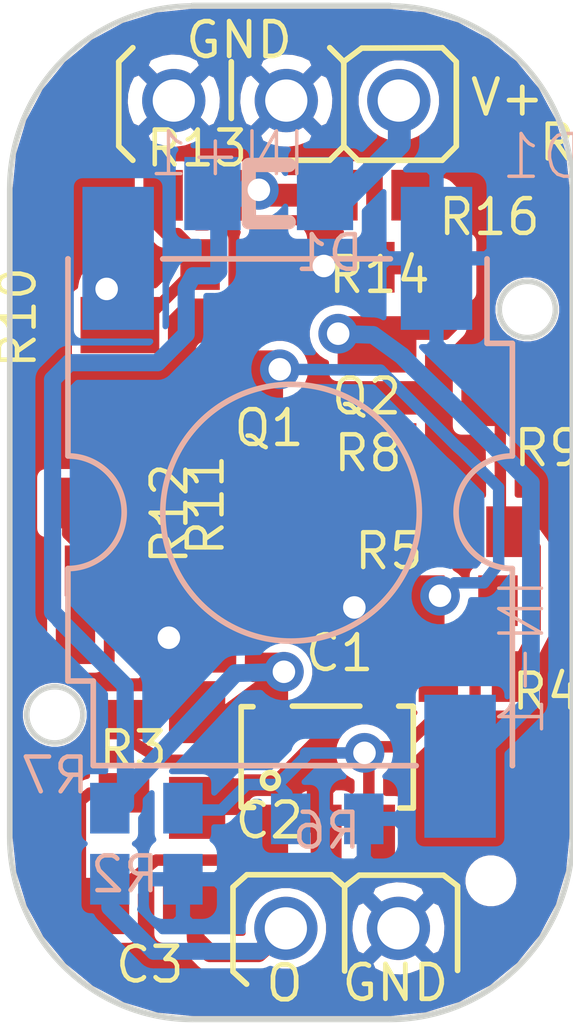
<source format=kicad_pcb>
(kicad_pcb (version 20171130) (host pcbnew 5.1.9)

  (general
    (thickness 1.6)
    (drawings 61)
    (tracks 186)
    (zones 0)
    (modules 28)
    (nets 15)
  )

  (page A4)
  (layers
    (0 Top signal)
    (31 Bottom signal hide)
    (32 B.Adhes user hide)
    (33 F.Adhes user hide)
    (34 B.Paste user hide)
    (35 F.Paste user hide)
    (36 B.SilkS user hide)
    (37 F.SilkS user hide)
    (38 B.Mask user hide)
    (39 F.Mask user hide)
    (40 Dwgs.User user hide)
    (41 Cmts.User user hide)
    (42 Eco1.User user hide)
    (43 Eco2.User user hide)
    (44 Edge.Cuts user hide)
    (45 Margin user hide)
    (46 B.CrtYd user hide)
    (47 F.CrtYd user hide)
    (48 B.Fab user hide)
    (49 F.Fab user hide)
  )

  (setup
    (last_trace_width 0.25)
    (trace_clearance 0.1524)
    (zone_clearance 0.508)
    (zone_45_only no)
    (trace_min 0.195)
    (via_size 0.8)
    (via_drill 0.4)
    (via_min_size 0.4)
    (via_min_drill 0.3)
    (uvia_size 0.3)
    (uvia_drill 0.1)
    (uvias_allowed no)
    (uvia_min_size 0.2)
    (uvia_min_drill 0.1)
    (edge_width 0.05)
    (segment_width 0.2)
    (pcb_text_width 0.3)
    (pcb_text_size 1.5 1.5)
    (mod_edge_width 0.12)
    (mod_text_size 1 1)
    (mod_text_width 0.15)
    (pad_size 1.524 1.524)
    (pad_drill 0.762)
    (pad_to_mask_clearance 0)
    (aux_axis_origin 0 0)
    (visible_elements FFFFFF7F)
    (pcbplotparams
      (layerselection 0x01000_ffffffff)
      (usegerberextensions false)
      (usegerberattributes true)
      (usegerberadvancedattributes true)
      (creategerberjobfile true)
      (excludeedgelayer true)
      (linewidth 0.100000)
      (plotframeref false)
      (viasonmask false)
      (mode 1)
      (useauxorigin false)
      (hpglpennumber 1)
      (hpglpenspeed 20)
      (hpglpendiameter 15.000000)
      (psnegative false)
      (psa4output false)
      (plotreference true)
      (plotvalue true)
      (plotinvisibletext false)
      (padsonsilk false)
      (subtractmaskfromsilk false)
      (outputformat 1)
      (mirror false)
      (drillshape 0)
      (scaleselection 1)
      (outputdirectory "output/"))
  )

  (net 0 "")
  (net 1 GND)
  (net 2 /IN+)
  (net 3 "Net-(Q1-Pad2)")
  (net 4 "Net-(Q1-Pad3)")
  (net 5 /IN-)
  (net 6 "Net-(Q2-Pad2)")
  (net 7 "Net-(Q2-Pad3)")
  (net 8 "Net-(C1-Pad1)")
  (net 9 "Net-(R10-Pad1)")
  (net 10 "Net-(R5-Pad2)")
  (net 11 "Net-(R3-Pad2)")
  (net 12 "Net-(C3-Pad1)")
  (net 13 "Net-(D1-Pad1)")
  (net 14 "Net-(C3-Pad2)")

  (net_class Default "This is the default net class."
    (clearance 0.1524)
    (trace_width 0.25)
    (via_dia 0.8)
    (via_drill 0.4)
    (uvia_dia 0.3)
    (uvia_drill 0.1)
    (add_net /IN+)
    (add_net /IN-)
    (add_net GND)
    (add_net "Net-(C1-Pad1)")
    (add_net "Net-(C3-Pad1)")
    (add_net "Net-(C3-Pad2)")
    (add_net "Net-(D1-Pad1)")
    (add_net "Net-(Q1-Pad2)")
    (add_net "Net-(Q1-Pad3)")
    (add_net "Net-(Q2-Pad2)")
    (add_net "Net-(Q2-Pad3)")
    (add_net "Net-(R10-Pad1)")
    (add_net "Net-(R3-Pad2)")
    (add_net "Net-(R5-Pad2)")
  )

  (module "" (layer Top) (tedit 0) (tstamp 0)
    (at 152.053041 111.54635)
    (fp_text reference @HOLE0 (at 0 0) (layer F.SilkS) hide
      (effects (font (size 1.27 1.27) (thickness 0.15)))
    )
    (fp_text value "" (at 0 0) (layer F.SilkS)
      (effects (font (size 1.27 1.27) (thickness 0.15)))
    )
    (pad "" np_thru_hole circle (at 0 0) (size 0.6 0.6) (drill 0.6) (layers *.Cu *.Mask))
  )

  (module nu_preamp:SOT23 (layer Top) (tedit 0) (tstamp 607DDC0A)
    (at 146.559041 102.6261 270)
    (path /7A211019)
    (fp_text reference Q1 (at 1.2395 -0.8805) (layer F.SilkS)
      (effects (font (size 0.6175 0.6175) (thickness 0.080275)) (justify left bottom))
    )
    (fp_text value 2SC3324 (at -1.905 3.175 90) (layer F.Fab)
      (effects (font (size 0.6175 0.6175) (thickness 0.0494)) (justify left bottom))
    )
    (fp_line (start 1.422 -0.66) (end 1.422 0.66) (layer F.Fab) (width 0.1524))
    (fp_line (start 1.422 0.66) (end -1.422 0.66) (layer F.Fab) (width 0.1524))
    (fp_line (start -1.422 0.66) (end -1.422 -0.66) (layer F.Fab) (width 0.1524))
    (fp_line (start -1.422 -0.66) (end 1.422 -0.66) (layer F.Fab) (width 0.1524))
    (fp_poly (pts (xy -0.2286 -0.7112) (xy 0.2286 -0.7112) (xy 0.2286 -1.2954) (xy -0.2286 -1.2954)) (layer F.Fab) (width 0))
    (fp_poly (pts (xy 0.7112 1.2954) (xy 1.1684 1.2954) (xy 1.1684 0.7112) (xy 0.7112 0.7112)) (layer F.Fab) (width 0))
    (fp_poly (pts (xy -1.1684 1.2954) (xy -0.7112 1.2954) (xy -0.7112 0.7112) (xy -1.1684 0.7112)) (layer F.Fab) (width 0))
    (pad 1 smd rect (at -0.95 1.1 270) (size 1 1.4) (layers Top F.Paste F.Mask)
      (net 2 /IN+))
    (pad 2 smd rect (at 0.95 1.1 270) (size 1 1.4) (layers Top F.Paste F.Mask)
      (net 3 "Net-(Q1-Pad2)"))
    (pad 3 smd rect (at 0 -1.1 270) (size 1 1.4) (layers Top F.Paste F.Mask)
      (net 4 "Net-(Q1-Pad3)"))
  )

  (module nu_preamp:SOT23 (layer Top) (tedit 0) (tstamp 607DDC17)
    (at 151.129041 102.9686 270)
    (path /DA191B3C)
    (fp_text reference Q2 (at 0.33525 1.95575) (layer F.SilkS)
      (effects (font (size 0.6175 0.6175) (thickness 0.080275)) (justify left bottom))
    )
    (fp_text value 2SC3324 (at -1.905 3.175 90) (layer F.Fab)
      (effects (font (size 0.6175 0.6175) (thickness 0.0494)) (justify left bottom))
    )
    (fp_line (start 1.422 -0.66) (end 1.422 0.66) (layer F.Fab) (width 0.1524))
    (fp_line (start 1.422 0.66) (end -1.422 0.66) (layer F.Fab) (width 0.1524))
    (fp_line (start -1.422 0.66) (end -1.422 -0.66) (layer F.Fab) (width 0.1524))
    (fp_line (start -1.422 -0.66) (end 1.422 -0.66) (layer F.Fab) (width 0.1524))
    (fp_poly (pts (xy -0.2286 -0.7112) (xy 0.2286 -0.7112) (xy 0.2286 -1.2954) (xy -0.2286 -1.2954)) (layer F.Fab) (width 0))
    (fp_poly (pts (xy 0.7112 1.2954) (xy 1.1684 1.2954) (xy 1.1684 0.7112) (xy 0.7112 0.7112)) (layer F.Fab) (width 0))
    (fp_poly (pts (xy -1.1684 1.2954) (xy -0.7112 1.2954) (xy -0.7112 0.7112) (xy -1.1684 0.7112)) (layer F.Fab) (width 0))
    (pad 1 smd rect (at -0.95 1.1 270) (size 1 1.4) (layers Top F.Paste F.Mask)
      (net 5 /IN-))
    (pad 2 smd rect (at 0.95 1.1 270) (size 1 1.4) (layers Top F.Paste F.Mask)
      (net 6 "Net-(Q2-Pad2)"))
    (pad 3 smd rect (at 0 -1.1 270) (size 1 1.4) (layers Top F.Paste F.Mask)
      (net 7 "Net-(Q2-Pad3)"))
  )

  (module nu_preamp:R0402 (layer Top) (tedit 0) (tstamp 607DDC24)
    (at 148.521541 105.4936 180)
    (descr <b>RESISTOR</b>)
    (path /967FEF4C)
    (fp_text reference R8 (at -0.69275 1.18125) (layer F.SilkS)
      (effects (font (size 0.6175 0.6175) (thickness 0.080275)) (justify left bottom))
    )
    (fp_text value 33k (at -0.635 1.905) (layer F.Fab)
      (effects (font (size 0.6175 0.6175) (thickness 0.0494)) (justify left bottom))
    )
    (fp_line (start -0.245 -0.224) (end 0.245 -0.224) (layer F.Fab) (width 0.1524))
    (fp_line (start 0.245 0.224) (end -0.245 0.224) (layer F.Fab) (width 0.1524))
    (fp_line (start -1.473 -0.483) (end 1.473 -0.483) (layer Dwgs.User) (width 0.0508))
    (fp_line (start 1.473 -0.483) (end 1.473 0.483) (layer Dwgs.User) (width 0.0508))
    (fp_line (start 1.473 0.483) (end -1.473 0.483) (layer Dwgs.User) (width 0.0508))
    (fp_line (start -1.473 0.483) (end -1.473 -0.483) (layer Dwgs.User) (width 0.0508))
    (fp_poly (pts (xy -0.554 0.3048) (xy -0.254 0.3048) (xy -0.254 -0.2951) (xy -0.554 -0.2951)) (layer F.Fab) (width 0))
    (fp_poly (pts (xy 0.2588 0.3048) (xy 0.5588 0.3048) (xy 0.5588 -0.2951) (xy 0.2588 -0.2951)) (layer F.Fab) (width 0))
    (fp_poly (pts (xy -0.1999 0.4001) (xy 0.1999 0.4001) (xy 0.1999 -0.4001) (xy -0.1999 -0.4001)) (layer F.Adhes) (width 0))
    (pad 2 smd rect (at 0.65 0 180) (size 0.7 0.9) (layers Top F.Paste F.Mask)
      (net 8 "Net-(C1-Pad1)"))
    (pad 1 smd rect (at -0.65 0 180) (size 0.7 0.9) (layers Top F.Paste F.Mask)
      (net 4 "Net-(Q1-Pad3)"))
  )

  (module nu_preamp:R0402 (layer Top) (tedit 0) (tstamp 607DDC32)
    (at 151.671541 105.3461 180)
    (descr <b>RESISTOR</b>)
    (path /8A4DF451)
    (fp_text reference R9 (at -0.7435 1.123) (layer F.SilkS)
      (effects (font (size 0.6175 0.6175) (thickness 0.080275)) (justify left bottom))
    )
    (fp_text value 33k (at -0.635 1.905) (layer F.Fab)
      (effects (font (size 0.6175 0.6175) (thickness 0.0494)) (justify left bottom))
    )
    (fp_line (start -0.245 -0.224) (end 0.245 -0.224) (layer F.Fab) (width 0.1524))
    (fp_line (start 0.245 0.224) (end -0.245 0.224) (layer F.Fab) (width 0.1524))
    (fp_line (start -1.473 -0.483) (end 1.473 -0.483) (layer Dwgs.User) (width 0.0508))
    (fp_line (start 1.473 -0.483) (end 1.473 0.483) (layer Dwgs.User) (width 0.0508))
    (fp_line (start 1.473 0.483) (end -1.473 0.483) (layer Dwgs.User) (width 0.0508))
    (fp_line (start -1.473 0.483) (end -1.473 -0.483) (layer Dwgs.User) (width 0.0508))
    (fp_poly (pts (xy -0.554 0.3048) (xy -0.254 0.3048) (xy -0.254 -0.2951) (xy -0.554 -0.2951)) (layer F.Fab) (width 0))
    (fp_poly (pts (xy 0.2588 0.3048) (xy 0.5588 0.3048) (xy 0.5588 -0.2951) (xy 0.2588 -0.2951)) (layer F.Fab) (width 0))
    (fp_poly (pts (xy -0.1999 0.4001) (xy 0.1999 0.4001) (xy 0.1999 -0.4001) (xy -0.1999 -0.4001)) (layer F.Adhes) (width 0))
    (pad 2 smd rect (at 0.65 0 180) (size 0.7 0.9) (layers Top F.Paste F.Mask)
      (net 8 "Net-(C1-Pad1)"))
    (pad 1 smd rect (at -0.65 0 180) (size 0.7 0.9) (layers Top F.Paste F.Mask)
      (net 7 "Net-(Q2-Pad3)"))
  )

  (module nu_preamp:R0402 (layer Top) (tedit 0) (tstamp 607DDC40)
    (at 145.141541 104.8361)
    (descr <b>RESISTOR</b>)
    (path /AB07C5BB)
    (fp_text reference R10 (at -1.138 -2.34575 90) (layer F.SilkS)
      (effects (font (size 0.6175 0.6175) (thickness 0.080275)) (justify left bottom))
    )
    (fp_text value 1.2k (at -0.635 1.905) (layer F.Fab)
      (effects (font (size 0.6175 0.6175) (thickness 0.0494)) (justify left bottom))
    )
    (fp_line (start -0.245 -0.224) (end 0.245 -0.224) (layer F.Fab) (width 0.1524))
    (fp_line (start 0.245 0.224) (end -0.245 0.224) (layer F.Fab) (width 0.1524))
    (fp_line (start -1.473 -0.483) (end 1.473 -0.483) (layer Dwgs.User) (width 0.0508))
    (fp_line (start 1.473 -0.483) (end 1.473 0.483) (layer Dwgs.User) (width 0.0508))
    (fp_line (start 1.473 0.483) (end -1.473 0.483) (layer Dwgs.User) (width 0.0508))
    (fp_line (start -1.473 0.483) (end -1.473 -0.483) (layer Dwgs.User) (width 0.0508))
    (fp_poly (pts (xy -0.554 0.3048) (xy -0.254 0.3048) (xy -0.254 -0.2951) (xy -0.554 -0.2951)) (layer F.Fab) (width 0))
    (fp_poly (pts (xy 0.2588 0.3048) (xy 0.5588 0.3048) (xy 0.5588 -0.2951) (xy 0.2588 -0.2951)) (layer F.Fab) (width 0))
    (fp_poly (pts (xy -0.1999 0.4001) (xy 0.1999 0.4001) (xy 0.1999 -0.4001) (xy -0.1999 -0.4001)) (layer F.Adhes) (width 0))
    (pad 2 smd rect (at 0.65 0) (size 0.7 0.9) (layers Top F.Paste F.Mask)
      (net 3 "Net-(Q1-Pad2)"))
    (pad 1 smd rect (at -0.65 0) (size 0.7 0.9) (layers Top F.Paste F.Mask)
      (net 9 "Net-(R10-Pad1)"))
  )

  (module nu_preamp:R0402 (layer Top) (tedit 0) (tstamp 607DDC4E)
    (at 145.479041 106.0411)
    (descr <b>RESISTOR</b>)
    (path /1D2585D8)
    (fp_text reference R11 (at 1.865 -0.21775 90) (layer F.SilkS)
      (effects (font (size 0.6175 0.6175) (thickness 0.080275)) (justify left bottom))
    )
    (fp_text value 1.2k (at -0.635 1.905) (layer F.Fab)
      (effects (font (size 0.6175 0.6175) (thickness 0.0494)) (justify left bottom))
    )
    (fp_line (start -0.245 -0.224) (end 0.245 -0.224) (layer F.Fab) (width 0.1524))
    (fp_line (start 0.245 0.224) (end -0.245 0.224) (layer F.Fab) (width 0.1524))
    (fp_line (start -1.473 -0.483) (end 1.473 -0.483) (layer Dwgs.User) (width 0.0508))
    (fp_line (start 1.473 -0.483) (end 1.473 0.483) (layer Dwgs.User) (width 0.0508))
    (fp_line (start 1.473 0.483) (end -1.473 0.483) (layer Dwgs.User) (width 0.0508))
    (fp_line (start -1.473 0.483) (end -1.473 -0.483) (layer Dwgs.User) (width 0.0508))
    (fp_poly (pts (xy -0.554 0.3048) (xy -0.254 0.3048) (xy -0.254 -0.2951) (xy -0.554 -0.2951)) (layer F.Fab) (width 0))
    (fp_poly (pts (xy 0.2588 0.3048) (xy 0.5588 0.3048) (xy 0.5588 -0.2951) (xy 0.2588 -0.2951)) (layer F.Fab) (width 0))
    (fp_poly (pts (xy -0.1999 0.4001) (xy 0.1999 0.4001) (xy 0.1999 -0.4001) (xy -0.1999 -0.4001)) (layer F.Adhes) (width 0))
    (pad 2 smd rect (at 0.65 0) (size 0.7 0.9) (layers Top F.Paste F.Mask)
      (net 6 "Net-(Q2-Pad2)"))
    (pad 1 smd rect (at -0.65 0) (size 0.7 0.9) (layers Top F.Paste F.Mask)
      (net 9 "Net-(R10-Pad1)"))
  )

  (module nu_preamp:R0402 (layer Top) (tedit 0) (tstamp 607DDC5C)
    (at 145.319041 107.2461 180)
    (descr <b>RESISTOR</b>)
    (path /4A119110)
    (fp_text reference R12 (at -1.38275 1.272 90) (layer F.SilkS)
      (effects (font (size 0.6175 0.6175) (thickness 0.080275)) (justify left bottom))
    )
    (fp_text value 12k (at -0.635 1.905) (layer F.Fab)
      (effects (font (size 0.6175 0.6175) (thickness 0.0494)) (justify left bottom))
    )
    (fp_line (start -0.245 -0.224) (end 0.245 -0.224) (layer F.Fab) (width 0.1524))
    (fp_line (start 0.245 0.224) (end -0.245 0.224) (layer F.Fab) (width 0.1524))
    (fp_line (start -1.473 -0.483) (end 1.473 -0.483) (layer Dwgs.User) (width 0.0508))
    (fp_line (start 1.473 -0.483) (end 1.473 0.483) (layer Dwgs.User) (width 0.0508))
    (fp_line (start 1.473 0.483) (end -1.473 0.483) (layer Dwgs.User) (width 0.0508))
    (fp_line (start -1.473 0.483) (end -1.473 -0.483) (layer Dwgs.User) (width 0.0508))
    (fp_poly (pts (xy -0.554 0.3048) (xy -0.254 0.3048) (xy -0.254 -0.2951) (xy -0.554 -0.2951)) (layer F.Fab) (width 0))
    (fp_poly (pts (xy 0.2588 0.3048) (xy 0.5588 0.3048) (xy 0.5588 -0.2951) (xy 0.2588 -0.2951)) (layer F.Fab) (width 0))
    (fp_poly (pts (xy -0.1999 0.4001) (xy 0.1999 0.4001) (xy 0.1999 -0.4001) (xy -0.1999 -0.4001)) (layer F.Adhes) (width 0))
    (pad 2 smd rect (at 0.65 0 180) (size 0.7 0.9) (layers Top F.Paste F.Mask)
      (net 9 "Net-(R10-Pad1)"))
    (pad 1 smd rect (at -0.65 0 180) (size 0.7 0.9) (layers Top F.Paste F.Mask)
      (net 1 GND))
  )

  (module nu_preamp:R0402 (layer Top) (tedit 0) (tstamp 607DDC6A)
    (at 146.876541 99.3711)
    (descr <b>RESISTOR</b>)
    (path /4B0D6C7A)
    (fp_text reference R13 (at -0.99825 -0.47175) (layer F.SilkS)
      (effects (font (size 0.6175 0.6175) (thickness 0.080275)) (justify left bottom))
    )
    (fp_text value 100k (at -0.635 1.905) (layer F.Fab)
      (effects (font (size 0.6175 0.6175) (thickness 0.0494)) (justify left bottom))
    )
    (fp_line (start -0.245 -0.224) (end 0.245 -0.224) (layer F.Fab) (width 0.1524))
    (fp_line (start 0.245 0.224) (end -0.245 0.224) (layer F.Fab) (width 0.1524))
    (fp_line (start -1.473 -0.483) (end 1.473 -0.483) (layer Dwgs.User) (width 0.0508))
    (fp_line (start 1.473 -0.483) (end 1.473 0.483) (layer Dwgs.User) (width 0.0508))
    (fp_line (start 1.473 0.483) (end -1.473 0.483) (layer Dwgs.User) (width 0.0508))
    (fp_line (start -1.473 0.483) (end -1.473 -0.483) (layer Dwgs.User) (width 0.0508))
    (fp_poly (pts (xy -0.554 0.3048) (xy -0.254 0.3048) (xy -0.254 -0.2951) (xy -0.554 -0.2951)) (layer F.Fab) (width 0))
    (fp_poly (pts (xy 0.2588 0.3048) (xy 0.5588 0.3048) (xy 0.5588 -0.2951) (xy 0.2588 -0.2951)) (layer F.Fab) (width 0))
    (fp_poly (pts (xy -0.1999 0.4001) (xy 0.1999 0.4001) (xy 0.1999 -0.4001) (xy -0.1999 -0.4001)) (layer F.Adhes) (width 0))
    (pad 2 smd rect (at 0.65 0) (size 0.7 0.9) (layers Top F.Paste F.Mask)
      (net 8 "Net-(C1-Pad1)"))
    (pad 1 smd rect (at -0.65 0) (size 0.7 0.9) (layers Top F.Paste F.Mask)
      (net 2 /IN+))
  )

  (module nu_preamp:R0402 (layer Top) (tedit 0) (tstamp 607DDC78)
    (at 147.534041 100.6011 180)
    (descr <b>RESISTOR</b>)
    (path /6923371A)
    (fp_text reference R14 (at -1.58825 -0.54575) (layer F.SilkS)
      (effects (font (size 0.6175 0.6175) (thickness 0.080275)) (justify left bottom))
    )
    (fp_text value 51k (at -0.635 1.905) (layer F.Fab)
      (effects (font (size 0.6175 0.6175) (thickness 0.0494)) (justify left bottom))
    )
    (fp_line (start -0.245 -0.224) (end 0.245 -0.224) (layer F.Fab) (width 0.1524))
    (fp_line (start 0.245 0.224) (end -0.245 0.224) (layer F.Fab) (width 0.1524))
    (fp_line (start -1.473 -0.483) (end 1.473 -0.483) (layer Dwgs.User) (width 0.0508))
    (fp_line (start 1.473 -0.483) (end 1.473 0.483) (layer Dwgs.User) (width 0.0508))
    (fp_line (start 1.473 0.483) (end -1.473 0.483) (layer Dwgs.User) (width 0.0508))
    (fp_line (start -1.473 0.483) (end -1.473 -0.483) (layer Dwgs.User) (width 0.0508))
    (fp_poly (pts (xy -0.554 0.3048) (xy -0.254 0.3048) (xy -0.254 -0.2951) (xy -0.554 -0.2951)) (layer F.Fab) (width 0))
    (fp_poly (pts (xy 0.2588 0.3048) (xy 0.5588 0.3048) (xy 0.5588 -0.2951) (xy 0.2588 -0.2951)) (layer F.Fab) (width 0))
    (fp_poly (pts (xy -0.1999 0.4001) (xy 0.1999 0.4001) (xy 0.1999 -0.4001) (xy -0.1999 -0.4001)) (layer F.Adhes) (width 0))
    (pad 2 smd rect (at 0.65 0 180) (size 0.7 0.9) (layers Top F.Paste F.Mask)
      (net 2 /IN+))
    (pad 1 smd rect (at -0.65 0 180) (size 0.7 0.9) (layers Top F.Paste F.Mask)
      (net 1 GND))
  )

  (module nu_preamp:R0402 (layer Top) (tedit 0) (tstamp 607DDC86)
    (at 149.984041 99.3686 180)
    (descr <b>RESISTOR</b>)
    (path /14EAF52B)
    (fp_text reference R15 (at -2.87975 0.574) (layer F.SilkS)
      (effects (font (size 0.6175 0.6175) (thickness 0.080275)) (justify left bottom))
    )
    (fp_text value 100k (at -0.635 1.905) (layer F.Fab)
      (effects (font (size 0.6175 0.6175) (thickness 0.0494)) (justify left bottom))
    )
    (fp_line (start -0.245 -0.224) (end 0.245 -0.224) (layer F.Fab) (width 0.1524))
    (fp_line (start 0.245 0.224) (end -0.245 0.224) (layer F.Fab) (width 0.1524))
    (fp_line (start -1.473 -0.483) (end 1.473 -0.483) (layer Dwgs.User) (width 0.0508))
    (fp_line (start 1.473 -0.483) (end 1.473 0.483) (layer Dwgs.User) (width 0.0508))
    (fp_line (start 1.473 0.483) (end -1.473 0.483) (layer Dwgs.User) (width 0.0508))
    (fp_line (start -1.473 0.483) (end -1.473 -0.483) (layer Dwgs.User) (width 0.0508))
    (fp_poly (pts (xy -0.554 0.3048) (xy -0.254 0.3048) (xy -0.254 -0.2951) (xy -0.554 -0.2951)) (layer F.Fab) (width 0))
    (fp_poly (pts (xy 0.2588 0.3048) (xy 0.5588 0.3048) (xy 0.5588 -0.2951) (xy 0.2588 -0.2951)) (layer F.Fab) (width 0))
    (fp_poly (pts (xy -0.1999 0.4001) (xy 0.1999 0.4001) (xy 0.1999 -0.4001) (xy -0.1999 -0.4001)) (layer F.Adhes) (width 0))
    (pad 2 smd rect (at 0.65 0 180) (size 0.7 0.9) (layers Top F.Paste F.Mask)
      (net 8 "Net-(C1-Pad1)"))
    (pad 1 smd rect (at -0.65 0 180) (size 0.7 0.9) (layers Top F.Paste F.Mask)
      (net 5 /IN-))
  )

  (module nu_preamp:R0402 (layer Top) (tedit 0) (tstamp 607DDC94)
    (at 150.641541 100.6486)
    (descr <b>RESISTOR</b>)
    (path /992A8468)
    (fp_text reference R16 (at 0.4355 -0.5305) (layer F.SilkS)
      (effects (font (size 0.6175 0.6175) (thickness 0.080275)) (justify left bottom))
    )
    (fp_text value 51k (at -0.635 1.905) (layer F.Fab)
      (effects (font (size 0.6175 0.6175) (thickness 0.0494)) (justify left bottom))
    )
    (fp_line (start -0.245 -0.224) (end 0.245 -0.224) (layer F.Fab) (width 0.1524))
    (fp_line (start 0.245 0.224) (end -0.245 0.224) (layer F.Fab) (width 0.1524))
    (fp_line (start -1.473 -0.483) (end 1.473 -0.483) (layer Dwgs.User) (width 0.0508))
    (fp_line (start 1.473 -0.483) (end 1.473 0.483) (layer Dwgs.User) (width 0.0508))
    (fp_line (start 1.473 0.483) (end -1.473 0.483) (layer Dwgs.User) (width 0.0508))
    (fp_line (start -1.473 0.483) (end -1.473 -0.483) (layer Dwgs.User) (width 0.0508))
    (fp_poly (pts (xy -0.554 0.3048) (xy -0.254 0.3048) (xy -0.254 -0.2951) (xy -0.554 -0.2951)) (layer F.Fab) (width 0))
    (fp_poly (pts (xy 0.2588 0.3048) (xy 0.5588 0.3048) (xy 0.5588 -0.2951) (xy 0.2588 -0.2951)) (layer F.Fab) (width 0))
    (fp_poly (pts (xy -0.1999 0.4001) (xy 0.1999 0.4001) (xy 0.1999 -0.4001) (xy -0.1999 -0.4001)) (layer F.Adhes) (width 0))
    (pad 2 smd rect (at 0.65 0) (size 0.7 0.9) (layers Top F.Paste F.Mask)
      (net 5 /IN-))
    (pad 1 smd rect (at -0.65 0) (size 0.7 0.9) (layers Top F.Paste F.Mask)
      (net 1 GND))
  )

  (module nu_preamp:R0402 (layer Top) (tedit 0) (tstamp 607DDCA2)
    (at 151.529041 106.5711)
    (descr "<b>RESISTOR</b><p>\nchip")
    (path /D0CB74CC)
    (fp_text reference R5 (at -1.94475 -0.51825) (layer F.SilkS)
      (effects (font (size 0.6175 0.6175) (thickness 0.080275)) (justify left bottom))
    )
    (fp_text value 33k (at -0.635 2.032) (layer F.Fab)
      (effects (font (size 0.6175 0.6175) (thickness 0.0494)) (justify left bottom))
    )
    (fp_line (start -0.245 -0.224) (end 0.245 -0.224) (layer F.Fab) (width 0.1524))
    (fp_line (start 0.245 0.224) (end -0.245 0.224) (layer F.Fab) (width 0.1524))
    (fp_line (start -1.473 -0.483) (end 1.473 -0.483) (layer Dwgs.User) (width 0.0508))
    (fp_line (start 1.473 -0.483) (end 1.473 0.483) (layer Dwgs.User) (width 0.0508))
    (fp_line (start 1.473 0.483) (end -1.473 0.483) (layer Dwgs.User) (width 0.0508))
    (fp_line (start -1.473 0.483) (end -1.473 -0.483) (layer Dwgs.User) (width 0.0508))
    (fp_poly (pts (xy -0.554 0.3048) (xy -0.254 0.3048) (xy -0.254 -0.2951) (xy -0.554 -0.2951)) (layer F.Fab) (width 0))
    (fp_poly (pts (xy 0.2588 0.3048) (xy 0.5588 0.3048) (xy 0.5588 -0.2951) (xy 0.2588 -0.2951)) (layer F.Fab) (width 0))
    (fp_poly (pts (xy -0.1999 0.4001) (xy 0.1999 0.4001) (xy 0.1999 -0.4001) (xy -0.1999 -0.4001)) (layer F.Adhes) (width 0))
    (pad 2 smd rect (at 0.65 0) (size 0.7 0.9) (layers Top F.Paste F.Mask)
      (net 10 "Net-(R5-Pad2)"))
    (pad 1 smd rect (at -0.65 0) (size 0.7 0.9) (layers Top F.Paste F.Mask)
      (net 4 "Net-(Q1-Pad3)"))
  )

  (module nu_preamp:R0402 (layer Top) (tedit 0) (tstamp 607DDCB0)
    (at 151.769041 107.9186 180)
    (descr "<b>RESISTOR</b><p>\nchip")
    (path /4F739D54)
    (fp_text reference R4 (at -0.6135 -0.62725) (layer F.SilkS)
      (effects (font (size 0.6175 0.6175) (thickness 0.080275)) (justify left bottom))
    )
    (fp_text value 33k (at -0.635 2.032) (layer F.Fab)
      (effects (font (size 0.6175 0.6175) (thickness 0.0494)) (justify left bottom))
    )
    (fp_line (start -0.245 -0.224) (end 0.245 -0.224) (layer F.Fab) (width 0.1524))
    (fp_line (start 0.245 0.224) (end -0.245 0.224) (layer F.Fab) (width 0.1524))
    (fp_line (start -1.473 -0.483) (end 1.473 -0.483) (layer Dwgs.User) (width 0.0508))
    (fp_line (start 1.473 -0.483) (end 1.473 0.483) (layer Dwgs.User) (width 0.0508))
    (fp_line (start 1.473 0.483) (end -1.473 0.483) (layer Dwgs.User) (width 0.0508))
    (fp_line (start -1.473 0.483) (end -1.473 -0.483) (layer Dwgs.User) (width 0.0508))
    (fp_poly (pts (xy -0.554 0.3048) (xy -0.254 0.3048) (xy -0.254 -0.2951) (xy -0.554 -0.2951)) (layer F.Fab) (width 0))
    (fp_poly (pts (xy 0.2588 0.3048) (xy 0.5588 0.3048) (xy 0.5588 -0.2951) (xy 0.2588 -0.2951)) (layer F.Fab) (width 0))
    (fp_poly (pts (xy -0.1999 0.4001) (xy 0.1999 0.4001) (xy 0.1999 -0.4001) (xy -0.1999 -0.4001)) (layer F.Adhes) (width 0))
    (pad 2 smd rect (at 0.65 0 180) (size 0.7 0.9) (layers Top F.Paste F.Mask)
      (net 11 "Net-(R3-Pad2)"))
    (pad 1 smd rect (at -0.65 0 180) (size 0.7 0.9) (layers Top F.Paste F.Mask)
      (net 7 "Net-(Q2-Pad3)"))
  )

  (module nu_preamp:R0402 (layer Top) (tedit 0) (tstamp 607DDCBE)
    (at 145.531541 109.3336 90)
    (descr "<b>RESISTOR</b><p>\nchip")
    (path /6C3D6F1D)
    (fp_text reference R3 (at -0.237 -0.4925) (layer F.SilkS)
      (effects (font (size 0.6175 0.6175) (thickness 0.080275)) (justify left bottom))
    )
    (fp_text value 75k (at -0.635 2.032 90) (layer F.Fab)
      (effects (font (size 0.6175 0.6175) (thickness 0.0494)) (justify left bottom))
    )
    (fp_line (start -0.245 -0.224) (end 0.245 -0.224) (layer F.Fab) (width 0.1524))
    (fp_line (start 0.245 0.224) (end -0.245 0.224) (layer F.Fab) (width 0.1524))
    (fp_line (start -1.473 -0.483) (end 1.473 -0.483) (layer Dwgs.User) (width 0.0508))
    (fp_line (start 1.473 -0.483) (end 1.473 0.483) (layer Dwgs.User) (width 0.0508))
    (fp_line (start 1.473 0.483) (end -1.473 0.483) (layer Dwgs.User) (width 0.0508))
    (fp_line (start -1.473 0.483) (end -1.473 -0.483) (layer Dwgs.User) (width 0.0508))
    (fp_poly (pts (xy -0.554 0.3048) (xy -0.254 0.3048) (xy -0.254 -0.2951) (xy -0.554 -0.2951)) (layer F.Fab) (width 0))
    (fp_poly (pts (xy 0.2588 0.3048) (xy 0.5588 0.3048) (xy 0.5588 -0.2951) (xy 0.2588 -0.2951)) (layer F.Fab) (width 0))
    (fp_poly (pts (xy -0.1999 0.4001) (xy 0.1999 0.4001) (xy 0.1999 -0.4001) (xy -0.1999 -0.4001)) (layer F.Adhes) (width 0))
    (pad 2 smd rect (at 0.65 0 90) (size 0.7 0.9) (layers Top F.Paste F.Mask)
      (net 11 "Net-(R3-Pad2)"))
    (pad 1 smd rect (at -0.65 0 90) (size 0.7 0.9) (layers Top F.Paste F.Mask)
      (net 12 "Net-(C3-Pad1)"))
  )

  (module nu_preamp:R0402 (layer Bottom) (tedit 0) (tstamp 607DDCCC)
    (at 145.929041 110.2561)
    (descr "<b>RESISTOR</b><p>\nchip")
    (path /62BF7720)
    (fp_text reference R7 (at -2.2825 -0.2205) (layer B.SilkS)
      (effects (font (size 0.6175 0.6175) (thickness 0.080275)) (justify right bottom mirror))
    )
    (fp_text value 150k (at -0.635 -2.032) (layer B.Fab)
      (effects (font (size 0.6175 0.6175) (thickness 0.0494)) (justify right bottom mirror))
    )
    (fp_line (start -0.245 0.224) (end 0.245 0.224) (layer B.Fab) (width 0.1524))
    (fp_line (start 0.245 -0.224) (end -0.245 -0.224) (layer B.Fab) (width 0.1524))
    (fp_line (start -1.473 0.483) (end 1.473 0.483) (layer Dwgs.User) (width 0.0508))
    (fp_line (start 1.473 0.483) (end 1.473 -0.483) (layer Dwgs.User) (width 0.0508))
    (fp_line (start 1.473 -0.483) (end -1.473 -0.483) (layer Dwgs.User) (width 0.0508))
    (fp_line (start -1.473 -0.483) (end -1.473 0.483) (layer Dwgs.User) (width 0.0508))
    (fp_poly (pts (xy -0.554 -0.3048) (xy -0.254 -0.3048) (xy -0.254 0.2951) (xy -0.554 0.2951)) (layer B.Fab) (width 0))
    (fp_poly (pts (xy 0.2588 -0.3048) (xy 0.5588 -0.3048) (xy 0.5588 0.2951) (xy 0.2588 0.2951)) (layer B.Fab) (width 0))
    (fp_poly (pts (xy -0.1999 -0.4001) (xy 0.1999 -0.4001) (xy 0.1999 0.4001) (xy -0.1999 0.4001)) (layer B.Adhes) (width 0))
    (pad 2 smd rect (at 0.65 0) (size 0.7 0.9) (layers Bottom B.Paste B.Mask)
      (net 10 "Net-(R5-Pad2)"))
    (pad 1 smd rect (at -0.65 0) (size 0.7 0.9) (layers Bottom B.Paste B.Mask)
      (net 8 "Net-(C1-Pad1)"))
  )

  (module nu_preamp:R0402 (layer Bottom) (tedit 0) (tstamp 607DDCDA)
    (at 149.144041 110.4461)
    (descr "<b>RESISTOR</b><p>\nchip")
    (path /9859B9A5)
    (fp_text reference R6 (at -0.665 0.5705) (layer B.SilkS)
      (effects (font (size 0.6175 0.6175) (thickness 0.080275)) (justify right bottom mirror))
    )
    (fp_text value 150k (at -0.635 -2.032) (layer B.Fab)
      (effects (font (size 0.6175 0.6175) (thickness 0.0494)) (justify right bottom mirror))
    )
    (fp_line (start -0.245 0.224) (end 0.245 0.224) (layer B.Fab) (width 0.1524))
    (fp_line (start 0.245 -0.224) (end -0.245 -0.224) (layer B.Fab) (width 0.1524))
    (fp_line (start -1.473 0.483) (end 1.473 0.483) (layer Dwgs.User) (width 0.0508))
    (fp_line (start 1.473 0.483) (end 1.473 -0.483) (layer Dwgs.User) (width 0.0508))
    (fp_line (start 1.473 -0.483) (end -1.473 -0.483) (layer Dwgs.User) (width 0.0508))
    (fp_line (start -1.473 -0.483) (end -1.473 0.483) (layer Dwgs.User) (width 0.0508))
    (fp_poly (pts (xy -0.554 -0.3048) (xy -0.254 -0.3048) (xy -0.254 0.2951) (xy -0.554 0.2951)) (layer B.Fab) (width 0))
    (fp_poly (pts (xy 0.2588 -0.3048) (xy 0.5588 -0.3048) (xy 0.5588 0.2951) (xy 0.2588 0.2951)) (layer B.Fab) (width 0))
    (fp_poly (pts (xy -0.1999 -0.4001) (xy 0.1999 -0.4001) (xy 0.1999 0.4001) (xy -0.1999 0.4001)) (layer B.Adhes) (width 0))
    (pad 2 smd rect (at 0.65 0) (size 0.7 0.9) (layers Bottom B.Paste B.Mask)
      (net 1 GND))
    (pad 1 smd rect (at -0.65 0) (size 0.7 0.9) (layers Bottom B.Paste B.Mask)
      (net 10 "Net-(R5-Pad2)"))
  )

  (module nu_preamp:SOD-323 (layer Bottom) (tedit 0) (tstamp 607DDCE8)
    (at 148.104791 99.33985 180)
    (descr "SOD-323 package")
    (path /8D141E84)
    (fp_text reference D1 (at -0.418 -1.4165) (layer B.SilkS)
      (effects (font (size 0.6175 0.6175) (thickness 0.080275)) (justify right bottom mirror))
    )
    (fp_text value D_SCHOTTKYL (at -1.77 -2.013) (layer B.Fab)
      (effects (font (size 1.2065 1.2065) (thickness 0.09652)) (justify right bottom mirror))
    )
    (fp_line (start -0.765 0.587) (end 0.765 0.587) (layer B.Fab) (width 0.1016))
    (fp_line (start -0.765 -0.587) (end 0.765 -0.587) (layer B.Fab) (width 0.1016))
    (fp_line (start -0.3556 0.508) (end 0.3556 0.508) (layer B.SilkS) (width 0.254))
    (fp_line (start -0.3556 -0.508) (end 0.3556 -0.508) (layer B.SilkS) (width 0.254))
    (fp_line (start 0.3556 0.508) (end 0.3556 -0.508) (layer B.SilkS) (width 0.254))
    (fp_poly (pts (xy -1.17 -0.15) (xy -0.67 -0.15) (xy -0.67 0.15) (xy -1.17 0.15)) (layer B.Fab) (width 0))
    (fp_poly (pts (xy 0.66 -0.15) (xy 1.16 -0.15) (xy 1.16 0.15) (xy 0.66 0.15)) (layer B.Fab) (width 0))
    (fp_poly (pts (xy 0.4 -0.6) (xy 0.8 -0.6) (xy 0.8 0.6) (xy 0.4 0.6)) (layer B.Fab) (width 0))
    (fp_poly (pts (xy -0.8 -0.6) (xy -0.4 -0.6) (xy -0.4 0.6) (xy -0.8 0.6)) (layer B.Fab) (width 0))
    (fp_poly (pts (xy 0.2524 -0.6) (xy 0.4524 -0.6) (xy 0.4524 0.6) (xy 0.2524 0.6)) (layer B.SilkS) (width 0))
    (fp_poly (pts (xy -0.2 -0.3) (xy 0.2 -0.3) (xy 0.2 0.3) (xy -0.2 0.3)) (layer B.Adhes) (width 0))
    (pad 2 smd rect (at 1 0 180) (size 1 1.3) (layers Bottom B.Paste B.Mask)
      (net 8 "Net-(C1-Pad1)"))
    (pad 1 smd rect (at -1 0 180) (size 1 1.3) (layers Bottom B.Paste B.Mask)
      (net 13 "Net-(D1-Pad1)"))
  )

  (module nu_preamp:C0402 (layer Top) (tedit 0) (tstamp 607DDCF8)
    (at 148.499041 106.7136)
    (descr <b>CAPACITOR</b>)
    (path /F1C90C04)
    (fp_text reference C1 (at 0.2085 1.14975) (layer F.SilkS)
      (effects (font (size 0.6175 0.6175) (thickness 0.080275)) (justify left bottom))
    )
    (fp_text value 0.1uF (at -0.635 1.905) (layer F.Fab)
      (effects (font (size 0.6175 0.6175) (thickness 0.0494)) (justify left bottom))
    )
    (fp_line (start -0.245 -0.224) (end 0.245 -0.224) (layer F.Fab) (width 0.1524))
    (fp_line (start 0.245 0.224) (end -0.245 0.224) (layer F.Fab) (width 0.1524))
    (fp_line (start -1.473 -0.483) (end 1.473 -0.483) (layer Dwgs.User) (width 0.0508))
    (fp_line (start 1.473 -0.483) (end 1.473 0.483) (layer Dwgs.User) (width 0.0508))
    (fp_line (start 1.473 0.483) (end -1.473 0.483) (layer Dwgs.User) (width 0.0508))
    (fp_line (start -1.473 0.483) (end -1.473 -0.483) (layer Dwgs.User) (width 0.0508))
    (fp_poly (pts (xy -0.554 0.3048) (xy -0.254 0.3048) (xy -0.254 -0.2951) (xy -0.554 -0.2951)) (layer F.Fab) (width 0))
    (fp_poly (pts (xy 0.2588 0.3048) (xy 0.5588 0.3048) (xy 0.5588 -0.2951) (xy 0.2588 -0.2951)) (layer F.Fab) (width 0))
    (fp_poly (pts (xy -0.1999 0.3) (xy 0.1999 0.3) (xy 0.1999 -0.3) (xy -0.1999 -0.3)) (layer F.Adhes) (width 0))
    (pad 2 smd rect (at 0.65 0) (size 0.7 0.9) (layers Top F.Paste F.Mask)
      (net 1 GND))
    (pad 1 smd rect (at -0.65 0) (size 0.7 0.9) (layers Top F.Paste F.Mask)
      (net 8 "Net-(C1-Pad1)"))
  )

  (module nu_preamp:R0402 (layer Bottom) (tedit 0) (tstamp 607DDD06)
    (at 145.929041 111.5186 180)
    (descr <b>RESISTOR</b>)
    (path /81BCC900)
    (fp_text reference R2 (at 1.04 -0.2725) (layer B.SilkS)
      (effects (font (size 0.6175 0.6175) (thickness 0.080275)) (justify right bottom mirror))
    )
    (fp_text value 10k (at -0.635 -1.905) (layer B.Fab)
      (effects (font (size 0.6175 0.6175) (thickness 0.0494)) (justify right bottom mirror))
    )
    (fp_line (start -0.245 0.224) (end 0.245 0.224) (layer B.Fab) (width 0.1524))
    (fp_line (start 0.245 -0.224) (end -0.245 -0.224) (layer B.Fab) (width 0.1524))
    (fp_line (start -1.473 0.483) (end 1.473 0.483) (layer Dwgs.User) (width 0.0508))
    (fp_line (start 1.473 0.483) (end 1.473 -0.483) (layer Dwgs.User) (width 0.0508))
    (fp_line (start 1.473 -0.483) (end -1.473 -0.483) (layer Dwgs.User) (width 0.0508))
    (fp_line (start -1.473 -0.483) (end -1.473 0.483) (layer Dwgs.User) (width 0.0508))
    (fp_poly (pts (xy -0.554 -0.3048) (xy -0.254 -0.3048) (xy -0.254 0.2951) (xy -0.554 0.2951)) (layer B.Fab) (width 0))
    (fp_poly (pts (xy 0.2588 -0.3048) (xy 0.5588 -0.3048) (xy 0.5588 0.2951) (xy 0.2588 0.2951)) (layer B.Fab) (width 0))
    (fp_poly (pts (xy -0.1999 -0.4001) (xy 0.1999 -0.4001) (xy 0.1999 0.4001) (xy -0.1999 0.4001)) (layer B.Adhes) (width 0))
    (pad 2 smd rect (at 0.65 0 180) (size 0.7 0.9) (layers Bottom B.Paste B.Mask)
      (net 14 "Net-(C3-Pad2)"))
    (pad 1 smd rect (at -0.65 0 180) (size 0.7 0.9) (layers Bottom B.Paste B.Mask)
      (net 1 GND))
  )

  (module nu_preamp:SOT23-5 (layer Top) (tedit 0) (tstamp 607DDD14)
    (at 149.124041 109.3436)
    (path /0DAE1CDC)
    (fp_text reference U1 (at 0 0) (layer F.SilkS) hide
      (effects (font (size 1.27 1.27) (thickness 0.15)))
    )
    (fp_text value TLV170 (at 0 0) (layer F.SilkS) hide
      (effects (font (size 1.27 1.27) (thickness 0.15)))
    )
    (fp_line (start -0.6 -0.9) (end 0.6 -0.9) (layer F.SilkS) (width 0.1))
    (fp_line (start -1.5 -0.89) (end -1.3 -0.89) (layer F.SilkS) (width 0.1))
    (fp_line (start -1.51 -0.89) (end -1.51 0.89) (layer F.SilkS) (width 0.1))
    (fp_line (start -1.5 0.9) (end -1.29 0.9) (layer F.SilkS) (width 0.1))
    (fp_line (start 1.55 -0.89) (end 1.55 0.91) (layer F.SilkS) (width 0.1))
    (fp_line (start 1.55 0.91) (end 1.31 0.91) (layer F.SilkS) (width 0.1))
    (fp_line (start 1.29 -0.9) (end 1.54 -0.9) (layer F.SilkS) (width 0.1))
    (fp_line (start 1.54 -0.9) (end 1.54 -0.89) (layer F.SilkS) (width 0.1))
    (fp_circle (center -0.99 0.42) (end -0.848582 0.42) (layer F.SilkS) (width 0.1))
    (pad 4 smd rect (at 0.95 -1.35 90) (size 1 0.55) (layers Top F.Paste F.Mask)
      (net 11 "Net-(R3-Pad2)"))
    (pad 5 smd rect (at -0.95 -1.35 90) (size 1 0.55) (layers Top F.Paste F.Mask)
      (net 8 "Net-(C1-Pad1)"))
    (pad 1 smd rect (at -0.95 1.35 90) (size 1 0.55) (layers Top F.Paste F.Mask)
      (net 12 "Net-(C3-Pad1)"))
    (pad 3 smd rect (at 0.95 1.35 90) (size 1 0.55) (layers Top F.Paste F.Mask)
      (net 10 "Net-(R5-Pad2)"))
    (pad 2 smd rect (at 0 1.35 90) (size 1 0.55) (layers Top F.Paste F.Mask)
      (net 1 GND))
  )

  (module nu_preamp:C0603_NK (layer Top) (tedit 0) (tstamp 607DDD25)
    (at 145.924041 111.9936)
    (path /FA3B87C3)
    (fp_text reference C3 (at -0.59 1.4025) (layer F.SilkS)
      (effects (font (size 0.6175 0.6175) (thickness 0.080275)) (justify left bottom))
    )
    (fp_text value 10uF (at -0.635 1.905) (layer F.Fab)
      (effects (font (size 0.6175 0.6175) (thickness 0.0494)) (justify left bottom))
    )
    (fp_line (start -0.356 -0.432) (end 0.356 -0.432) (layer F.Fab) (width 0.1016))
    (fp_line (start -0.356 0.419) (end 0.356 0.419) (layer F.Fab) (width 0.1016))
    (fp_poly (pts (xy -0.8382 0.4699) (xy -0.3381 0.4699) (xy -0.3381 -0.4801) (xy -0.8382 -0.4801)) (layer F.Fab) (width 0))
    (fp_poly (pts (xy 0.3302 0.4699) (xy 0.8303 0.4699) (xy 0.8303 -0.4801) (xy 0.3302 -0.4801)) (layer F.Fab) (width 0))
    (pad 2 smd rect (at 0.85 0) (size 1.1 1) (layers Top F.Paste F.Mask)
      (net 14 "Net-(C3-Pad2)"))
    (pad 1 smd rect (at -0.85 0) (size 1.1 1) (layers Top F.Paste F.Mask)
      (net 12 "Net-(C3-Pad1)"))
  )

  (module nu_preamp:3P-2MM-TH (layer Top) (tedit 0) (tstamp 607DDD2E)
    (at 148.416541 97.6886 180)
    (path /FFEB2954)
    (fp_text reference H2 (at 0 0 180) (layer F.SilkS) hide
      (effects (font (size 1.27 1.27) (thickness 0.15)) (justify right top))
    )
    (fp_text value 3P-2MM-TH-MALE (at 0 0 180) (layer F.SilkS) hide
      (effects (font (size 1.27 1.27) (thickness 0.15)) (justify right top))
    )
    (pad P$3 thru_hole circle (at 2 0 180) (size 1.125 1.125) (drill 0.75) (layers *.Cu *.Mask)
      (net 1 GND))
    (pad P$2 thru_hole circle (at 0 0 180) (size 1.125 1.125) (drill 0.75) (layers *.Cu *.Mask)
      (net 1 GND))
    (pad P$1 thru_hole circle (at -2 0 180) (size 1.125 1.125) (drill 0.75) (layers *.Cu *.Mask)
      (net 13 "Net-(D1-Pad1)"))
  )

  (module nu_preamp:2P-2MM-TH (layer Top) (tedit 0) (tstamp 607DDD34)
    (at 149.409041 112.3911)
    (path /54E7B095)
    (fp_text reference H1 (at 0 0) (layer F.SilkS) hide
      (effects (font (size 1.27 1.27) (thickness 0.15)))
    )
    (fp_text value 2P-2MM-TH-MALE (at 0 0) (layer F.SilkS) hide
      (effects (font (size 1.27 1.27) (thickness 0.15)))
    )
    (pad P$2 thru_hole circle (at 1 0) (size 1.125 1.125) (drill 0.75) (layers *.Cu *.Mask)
      (net 1 GND))
    (pad P$1 thru_hole circle (at -1 0) (size 1.125 1.125) (drill 0.75) (layers *.Cu *.Mask)
      (net 14 "Net-(C3-Pad2)"))
  )

  (module nu_preamp:C0603_NK (layer Top) (tedit 0) (tstamp 607DDD39)
    (at 146.831541 109.4011 90)
    (path /6F944AC5)
    (fp_text reference C2 (at -1.433 0.62775) (layer F.SilkS)
      (effects (font (size 0.6175 0.6175) (thickness 0.080275)) (justify left bottom))
    )
    (fp_text value 4.7uF (at -0.635 1.905 90) (layer F.Fab)
      (effects (font (size 0.6175 0.6175) (thickness 0.0494)) (justify left bottom))
    )
    (fp_line (start -0.356 -0.432) (end 0.356 -0.432) (layer F.Fab) (width 0.1016))
    (fp_line (start -0.356 0.419) (end 0.356 0.419) (layer F.Fab) (width 0.1016))
    (fp_poly (pts (xy -0.8382 0.4699) (xy -0.3381 0.4699) (xy -0.3381 -0.4801) (xy -0.8382 -0.4801)) (layer F.Fab) (width 0))
    (fp_poly (pts (xy 0.3302 0.4699) (xy 0.8303 0.4699) (xy 0.8303 -0.4801) (xy 0.3302 -0.4801)) (layer F.Fab) (width 0))
    (pad 2 smd rect (at 0.85 0 90) (size 1.1 1) (layers Top F.Paste F.Mask)
      (net 8 "Net-(C1-Pad1)"))
    (pad 1 smd rect (at -0.85 0 90) (size 1.1 1) (layers Top F.Paste F.Mask)
      (net 1 GND))
  )

  (module nu_preamp:SMD1,27-2,54 (layer Bottom) (tedit 0) (tstamp 607DDD42)
    (at 145.427791 100.49085 180)
    (descr "<b>SMD PAD</b>")
    (path /E9CE97E5)
    (fp_text reference IN+1 (at -0.493 1.40975) (layer B.SilkS)
      (effects (font (size 0.76 0.76) (thickness 0.0608)) (justify right bottom mirror))
    )
    (fp_text value SMD2 (at 0 0) (layer B.Fab)
      (effects (font (size 0.02413 0.02413) (thickness 0.00193)) (justify right bottom mirror))
    )
    (pad 1 smd rect (at 0 0 180) (size 1.27 2.54) (layers Bottom B.Paste B.Mask)
      (net 2 /IN+))
  )

  (module nu_preamp:SMD1,27-2,54 (layer Bottom) (tedit 0) (tstamp 607DDD46)
    (at 151.505541 109.51185 180)
    (descr "<b>SMD PAD</b>")
    (path /F63D14EF)
    (fp_text reference IN-1 (at -1.54325 0.48075 270) (layer B.SilkS)
      (effects (font (size 0.76 0.76) (thickness 0.0608)) (justify right bottom mirror))
    )
    (fp_text value SMD2 (at 0 0) (layer B.Fab)
      (effects (font (size 0.02413 0.02413) (thickness 0.00193)) (justify right bottom mirror))
    )
    (pad 1 smd rect (at 0 0 180) (size 1.27 2.54) (layers Bottom B.Paste B.Mask)
      (net 5 /IN-))
  )

  (module nu_preamp:SMD1,27-2,54 (layer Bottom) (tedit 0) (tstamp 607DDD4A)
    (at 151.086791 100.4906 180)
    (descr "<b>SMD PAD</b>")
    (path /8E097FD0)
    (fp_text reference GND1 (at -1.10075 1.36225) (layer B.SilkS)
      (effects (font (size 0.76 0.76) (thickness 0.0608)) (justify right bottom mirror))
    )
    (fp_text value SMD2 (at 0 0) (layer B.Fab)
      (effects (font (size 0.02413 0.02413) (thickness 0.00193)) (justify right bottom mirror))
    )
    (pad 1 smd rect (at 0 0 180) (size 1.27 2.54) (layers Bottom B.Paste B.Mask)
      (net 1 GND))
  )

  (gr_circle (center 148.5011 105.00855) (end 150.7811 105.00855) (layer B.SilkS) (width 0.1) (tstamp 6CD87190))
  (gr_line (start 146.7511 114.00855) (end 150.2511 114.00855) (layer Edge.Cuts) (width 0.1) (tstamp 6CD87680))
  (gr_line (start 143.5011 99.25855) (end 143.5011 110.75855) (layer Edge.Cuts) (width 0.1) (tstamp 6CD87B90))
  (gr_line (start 150.2511 96.00855) (end 146.7511 96.00855) (layer Edge.Cuts) (width 0.1) (tstamp 6D315820))
  (gr_line (start 153.5011 110.75855) (end 153.5011 99.25855) (layer Edge.Cuts) (width 0.1) (tstamp 6D315D00))
  (gr_arc (start 146.7511 110.75855) (end 143.5011 110.75855) (angle -90) (layer Edge.Cuts) (width 0.1) (tstamp 6D316200))
  (gr_arc (start 146.7511 99.25855) (end 146.7511 96.00855) (angle -90) (layer Edge.Cuts) (width 0.1) (tstamp 6CB52E90))
  (gr_arc (start 150.2511 99.25855) (end 153.5011 99.25855) (angle -90) (layer Edge.Cuts) (width 0.1) (tstamp 6CB533D0))
  (gr_arc (start 150.2511 110.75855) (end 150.2511 114.00855) (angle -90) (layer Edge.Cuts) (width 0.1) (tstamp 6CB53950))
  (gr_circle (center 144.3011 108.59865) (end 144.8011 108.59865) (layer Edge.Cuts) (width 0.1) (tstamp 6CB35560))
  (gr_circle (center 152.7011 101.39865) (end 153.2011 101.39865) (layer Edge.Cuts) (width 0.1) (tstamp 6CB35990))
  (gr_line (start 151.4386 96.99865) (end 151.1886 96.74865) (layer F.SilkS) (width 0.1) (tstamp 6CB35DC0))
  (gr_line (start 151.4386 98.49865) (end 151.4386 96.99865) (layer F.SilkS) (width 0.1) (tstamp 6CDF03A0))
  (gr_line (start 151.1886 98.74865) (end 151.4386 98.49865) (layer F.SilkS) (width 0.1) (tstamp 6CDF0880))
  (gr_line (start 149.6886 98.74865) (end 151.1886 98.74865) (layer F.SilkS) (width 0.1) (tstamp 6CDF0D60))
  (gr_line (start 149.4386 98.49865) (end 149.6886 98.74865) (layer F.SilkS) (width 0.1) (tstamp 6CB5F760))
  (gr_line (start 149.4386 98.49865) (end 149.4386 96.99865) (layer F.SilkS) (width 0.1) (tstamp 6CB5FC40))
  (gr_line (start 149.4386 96.99865) (end 149.1886 96.74865) (layer F.SilkS) (width 0.1) (tstamp 6CB60120))
  (gr_line (start 149.1886 98.74865) (end 149.4386 98.49865) (layer F.SilkS) (width 0.1) (tstamp 6CFFEA60))
  (gr_line (start 147.95035 98.74865) (end 149.1886 98.74865) (layer F.SilkS) (width 0.1) (tstamp 6CFFEF40))
  (gr_line (start 147.4386 98.00515) (end 147.4386 96.99865) (layer F.SilkS) (width 0.1) (tstamp 6CFFF420))
  (gr_line (start 151.4611 111.63865) (end 151.2111 111.44615) (layer F.SilkS) (width 0.1) (tstamp 6CE08940))
  (gr_line (start 151.4611 113.13865) (end 151.4611 111.63865) (layer F.SilkS) (width 0.1) (tstamp 6CE08DE0))
  (gr_line (start 149.4536 113.14865) (end 149.4536 111.64865) (layer F.SilkS) (width 0.1) (tstamp 6CE092C0))
  (gr_line (start 149.7111 111.44615) (end 149.4536 111.64865) (layer F.SilkS) (width 0.1) (tstamp 6CD6C6A0))
  (gr_line (start 151.2111 111.44615) (end 149.7111 111.44615) (layer F.SilkS) (width 0.1) (tstamp 6CD6CB80))
  (gr_line (start 145.4386 98.49865) (end 145.6886 98.74865) (layer F.SilkS) (width 0.1) (tstamp 6CD6D060))
  (gr_line (start 145.4386 96.99865) (end 145.4386 98.49865) (layer F.SilkS) (width 0.1) (tstamp 6D1D3000))
  (gr_line (start 145.6886 96.74865) (end 145.4386 96.99865) (layer F.SilkS) (width 0.1) (tstamp 6D1D34E0))
  (gr_line (start 149.4536 111.64865) (end 149.2161 111.43865) (layer F.SilkS) (width 0.1) (tstamp 6D1D39C0))
  (gr_line (start 147.4686 113.15865) (end 147.7111 113.38115) (layer F.SilkS) (width 0.1) (tstamp 6D1D3EA0))
  (gr_line (start 147.4686 111.65865) (end 147.4686 113.15865) (layer F.SilkS) (width 0.1) (tstamp 6CB917B0))
  (gr_line (start 147.7161 111.43865) (end 147.4686 111.65865) (layer F.SilkS) (width 0.1) (tstamp 6CB91C90))
  (gr_line (start 149.2161 111.43865) (end 147.7161 111.43865) (layer F.SilkS) (width 0.1) (tstamp 6CB92170))
  (gr_line (start 150.2511 113.99865) (end 146.7511 113.99865) (layer Edge.Cuts) (width 0.1) (tstamp 6CB3A2A0))
  (gr_line (start 143.5011 110.74865) (end 143.5011 99.24865) (layer Edge.Cuts) (width 0.1) (tstamp 6CB3A7C0))
  (gr_line (start 146.7511 95.99865) (end 150.2511 95.99865) (layer Edge.Cuts) (width 0.1) (tstamp 6CB3ACA0))
  (gr_line (start 153.5011 99.24865) (end 153.5011 110.74865) (layer Edge.Cuts) (width 0.1) (tstamp 6CB631F0))
  (gr_arc (start 150.2511 110.74865) (end 150.2511 113.99865) (angle -90) (layer Edge.Cuts) (width 0.1) (tstamp 6CB636D0))
  (gr_arc (start 146.7511 110.74865) (end 143.5011 110.74865) (angle -90) (layer Edge.Cuts) (width 0.1) (tstamp 6CB63C50))
  (gr_text O (at 148.006541 113.7286) (layer F.SilkS) (tstamp 6C954250)
    (effects (font (size 0.6175 0.6175) (thickness 0.0845)) (justify left bottom))
  )
  (gr_text GND (at 149.359041 113.7211) (layer F.SilkS) (tstamp 6C954820)
    (effects (font (size 0.6175 0.6175) (thickness 0.0845)) (justify left bottom))
  )
  (gr_text GND (at 146.580791 96.9751) (layer F.SilkS) (tstamp 6C954DC0)
    (effects (font (size 0.6175 0.6175) (thickness 0.0845)) (justify left bottom))
  )
  (gr_text V+ (at 151.643791 97.9951) (layer F.SilkS) (tstamp 6C91C3C0)
    (effects (font (size 0.6175 0.6175) (thickness 0.0845)) (justify left bottom))
  )
  (gr_line (start 144.535022 100.500032) (end 144.537331 100.500032) (layer B.SilkS) (width 0.1) (tstamp 6C91C970))
  (gr_line (start 146.220331 100.500032) (end 148.9848 100.500032) (layer B.SilkS) (width 0.1) (tstamp 6C91CDF0))
  (gr_line (start 151.985022 100.500032) (end 151.985022 102.00035) (layer B.SilkS) (width 0.1) (tstamp 6C97A340))
  (gr_line (start 151.985022 102.00035) (end 152.435022 102.00035) (layer B.SilkS) (width 0.1) (tstamp 6C97A830))
  (gr_line (start 152.435022 102.00035) (end 152.435022 104.000032) (layer B.SilkS) (width 0.1) (tstamp 6C97AD10))
  (gr_line (start 152.435022 106.000032) (end 152.435022 109.500032) (layer B.SilkS) (width 0.1) (tstamp 6C95E1C0))
  (gr_line (start 152.435022 109.500032) (end 152.437631 109.500032) (layer B.SilkS) (width 0.1) (tstamp 6C95E700))
  (gr_line (start 150.725381 109.501782) (end 144.985022 109.500032) (layer B.SilkS) (width 0.1) (tstamp 6C95EC00))
  (gr_line (start 144.985022 109.500032) (end 144.985022 107.997569) (layer B.SilkS) (width 0.1) (tstamp 6C92F540))
  (gr_line (start 144.985022 107.997569) (end 144.535022 107.997569) (layer B.SilkS) (width 0.1) (tstamp 6C92FA00))
  (gr_line (start 144.535022 107.997569) (end 144.535022 106.000032) (layer B.SilkS) (width 0.1) (tstamp 6C92FF00))
  (gr_line (start 144.535022 104.000032) (end 144.535022 100.500032) (layer B.SilkS) (width 0.1) (tstamp 6D200800))
  (gr_arc (start 152.435022 105.000032) (end 152.435022 106.000032) (angle 180) (layer B.SilkS) (width 0.1) (tstamp 6D200D00))
  (gr_arc (start 144.535022 105.000032) (end 144.535022 104.000032) (angle 180) (layer B.SilkS) (width 0.1) (tstamp 6D2012F0))
  (gr_line (start 151.191791 96.7516) (end 149.758291 96.75635) (layer F.SilkS) (width 0.1) (tstamp 6CDBC4E0))
  (gr_line (start 149.758291 96.75635) (end 149.429041 97.0036) (layer F.SilkS) (width 0.1) (tstamp 6CDBC940))
  (gr_line (start 148.976041 100.49935) (end 150.266541 100.49935) (layer B.SilkS) (width 0.1) (tstamp 6CDBCDA0))

  (via (at 149.084041 100.62635) (size 0.7048) (drill 0.4) (layers Top Bottom) (net 1) (tstamp 6C1A2190))
  (via (at 146.329041 107.2286) (size 0.7048) (drill 0.4) (layers Top Bottom) (net 1) (tstamp 6C1A2520))
  (segment (start 146.831541 110.2511) (end 146.999041 110.2711) (width 0.3) (layer Top) (net 1) (tstamp 6C1A2850))
  (segment (start 146.999041 110.2711) (end 147.306541 109.9636) (width 0.3) (layer Top) (net 1) (tstamp 6C1A2D00))
  (segment (start 147.306541 109.9636) (end 147.316541 109.9636) (width 0.3) (layer Top) (net 1) (tstamp 6C1A31A0))
  (segment (start 147.316541 109.9636) (end 147.421541 109.8586) (width 0.3) (layer Top) (net 1) (tstamp 6C1A3640))
  (segment (start 147.421541 109.8586) (end 147.354041 109.8686) (width 0.3) (layer Top) (net 1) (tstamp 6C1A3AE0))
  (segment (start 147.354041 109.8686) (end 147.409041 109.8286) (width 0.2032) (layer Top) (net 1) (tstamp 6C1A3F70))
  (segment (start 147.409041 109.8286) (end 148.904041 109.8286) (width 0.2032) (layer Top) (net 1) (tstamp 6C1A4420))
  (segment (start 148.904041 109.8286) (end 148.929041 109.9011) (width 0.3) (layer Top) (net 1) (tstamp 6C1A48D0))
  (segment (start 148.929041 109.9011) (end 148.944041 110.5761) (width 0.3) (layer Top) (net 1) (tstamp 6C1A4D40))
  (segment (start 148.944041 110.5761) (end 149.124041 110.6936) (width 0.3) (layer Top) (net 1) (tstamp 6C1A51C0))
  (via (at 149.626041 106.69135) (size 0.7048) (drill 0.4) (layers Top Bottom) (net 1) (tstamp 6C1A6B30))
  (segment (start 146.884041 100.6011) (end 146.859041 100.4236) (width 0.2032) (layer Top) (net 2) (tstamp 6D0437F0))
  (segment (start 146.859041 100.4236) (end 146.486541 100.0511) (width 0.2032) (layer Top) (net 2) (tstamp 6D043CE0))
  (segment (start 146.486541 100.0511) (end 146.271541 100.0511) (width 0.2032) (layer Top) (net 2) (tstamp 6C9732D0))
  (segment (start 146.271541 100.0511) (end 146.121541 99.9011) (width 0.2032) (layer Top) (net 2) (tstamp 6C9737C0))
  (segment (start 146.121541 99.9011) (end 146.121541 99.3736) (width 0.2032) (layer Top) (net 2) (tstamp 6C973CB0))
  (segment (start 146.121541 99.3736) (end 146.226541 99.3711) (width 0.2032) (layer Top) (net 2) (tstamp 6C974190))
  (segment (start 145.459041 101.6761) (end 145.809041 101.6761) (width 0.2032) (layer Top) (net 2) (tstamp 6C974810))
  (segment (start 145.809041 101.6761) (end 146.884041 100.6011) (width 0.2032) (layer Top) (net 2) (tstamp 6C974D10))
  (segment (start 145.459041 101.6761) (end 145.459041 101.34685) (width 0.2032) (layer Top) (net 2) (tstamp 6C9751E0))
  (segment (start 145.459041 101.34685) (end 145.223041 101.11085) (width 0.2032) (layer Top) (net 2) (tstamp 6C9756B0))
  (segment (start 145.223041 101.11085) (end 145.223041 101.03385) (width 0.2032) (layer Top) (net 2) (tstamp 6C945B90))
  (via (at 145.223041 101.03385) (size 0.7048) (drill 0.4) (layers Top Bottom) (net 2) (tstamp 6C946060))
  (segment (start 145.223041 101.03385) (end 145.223041 100.4956) (width 0.2032) (layer Bottom) (net 2) (tstamp 6C9463C0))
  (segment (start 145.223041 100.4956) (end 145.427791 100.49085) (width 0.2032) (layer Bottom) (net 2) (tstamp 6C946890))
  (segment (start 145.791541 104.8361) (end 145.786541 104.0636) (width 0.2032) (layer Top) (net 3) (tstamp 6D001520))
  (segment (start 145.786541 104.0636) (end 145.459041 103.5761) (width 0.2032) (layer Top) (net 3) (tstamp 6D001A30))
  (segment (start 150.879041 106.5711) (end 150.589041 106.4936) (width 0.2032) (layer Top) (net 4) (tstamp 6CFF7B40))
  (segment (start 150.589041 106.4936) (end 149.784041 105.6036) (width 0.2032) (layer Top) (net 4) (tstamp 6CFF8030))
  (segment (start 149.784041 105.6036) (end 149.166541 105.6036) (width 0.2032) (layer Top) (net 4) (tstamp 6CFF84C0))
  (segment (start 149.166541 105.6036) (end 149.171541 105.4936) (width 0.2032) (layer Top) (net 4) (tstamp 6CFF8940))
  (segment (start 147.659041 102.6261) (end 147.461541 102.4661) (width 0.2032) (layer Top) (net 4) (tstamp 6CFF8DF0))
  (segment (start 147.461541 102.4661) (end 148.300791 102.46085) (width 0.2032) (layer Top) (net 4) (tstamp 6C1660A0))
  (via (at 148.300791 102.46085) (size 0.7048) (drill 0.4) (layers Top Bottom) (net 4) (tstamp 6C1665B0))
  (segment (start 152.146541 105.9736) (end 151.931541 106.2536) (width 0.2032) (layer Bottom) (net 4) (tstamp 6C166950))
  (segment (start 151.931541 106.2536) (end 151.409041 106.2536) (width 0.2032) (layer Bottom) (net 4) (tstamp 6C166E20))
  (segment (start 151.409041 106.2536) (end 151.149041 106.4836) (width 0.2032) (layer Bottom) (net 4) (tstamp 6C1672E0))
  (via (at 151.149041 106.4836) (size 0.7048) (drill 0.4) (layers Top Bottom) (net 4) (tstamp 6C167790))
  (segment (start 151.149041 106.4836) (end 150.906541 106.2511) (width 0.2032) (layer Top) (net 4) (tstamp 6C167AE0))
  (segment (start 150.906541 106.2511) (end 150.879041 106.5711) (width 0.2032) (layer Top) (net 4) (tstamp 6D03B150))
  (segment (start 148.300791 102.46085) (end 150.092041 102.4761) (width 0.2032) (layer Bottom) (net 4) (tstamp 6D03B630))
  (segment (start 150.092041 102.4761) (end 151.444041 103.8281) (width 0.2032) (layer Bottom) (net 4) (tstamp 6D03BB10))
  (segment (start 151.444041 103.8281) (end 151.557041 103.9281) (width 0.2032) (layer Bottom) (net 4) (tstamp 6D03BFE0))
  (segment (start 151.557041 103.9281) (end 152.191291 104.56235) (width 0.2032) (layer Bottom) (net 4) (tstamp 6D03C4B0))
  (segment (start 152.191291 104.56235) (end 152.191291 105.92885) (width 0.2032) (layer Bottom) (net 4) (tstamp 6D03C990))
  (segment (start 152.191291 105.92885) (end 152.146541 105.9736) (width 0.2032) (layer Bottom) (net 4) (tstamp 6D03CE80))
  (segment (start 150.634041 99.3686) (end 151.149041 99.3686) (width 0.315) (layer Top) (net 5) (tstamp 6C9474E0))
  (segment (start 151.149041 99.3686) (end 151.286541 99.5061) (width 0.315) (layer Top) (net 5) (tstamp 6C947A00))
  (segment (start 151.286541 99.5061) (end 151.286541 100.5261) (width 0.315) (layer Top) (net 5) (tstamp 6C947ED0))
  (segment (start 151.286541 100.5261) (end 151.291541 100.6486) (width 0.315) (layer Top) (net 5) (tstamp 6D03E820))
  (segment (start 150.029041 102.0186) (end 149.976541 101.8336) (width 0.2032) (layer Top) (net 5) (tstamp 6D03ED00))
  (segment (start 149.976541 101.8336) (end 151.209041 101.8386) (width 0.2032) (layer Top) (net 5) (tstamp 6D03F180))
  (segment (start 150.029041 102.0186) (end 149.334041 101.8236) (width 0.2032) (layer Top) (net 5) (tstamp 6D03F650))
  (segment (start 149.334041 101.8236) (end 149.339041 101.8286) (width 0.2032) (layer Top) (net 5) (tstamp 6D03FAF0))
  (via (at 149.339041 101.8286) (size 0.7048) (drill 0.4) (layers Top Bottom) (net 5) (tstamp 6D03FFB0))
  (segment (start 151.209041 101.8386) (end 151.234041 101.8386) (width 0.2032) (layer Top) (net 5) (tstamp 6D040310))
  (segment (start 151.234041 101.8386) (end 151.371541 101.7011) (width 0.2032) (layer Top) (net 5) (tstamp 6D0407E0))
  (segment (start 151.371541 101.7011) (end 151.371541 100.7286) (width 0.2032) (layer Top) (net 5) (tstamp 6D040CC0))
  (segment (start 151.371541 100.7286) (end 151.291541 100.6486) (width 0.2032) (layer Top) (net 5) (tstamp 6C914A20))
  (segment (start 149.339041 101.8286) (end 149.959791 101.8506) (width 0.315) (layer Bottom) (net 5) (tstamp 6C9150F0))
  (segment (start 149.959791 101.8506) (end 150.471791 102.2211) (width 0.315) (layer Bottom) (net 5) (tstamp 6C915620))
  (segment (start 150.471791 102.2211) (end 150.674291 102.4256) (width 0.315) (layer Bottom) (net 5) (tstamp 6C915B00))
  (segment (start 150.674291 102.4256) (end 151.454541 103.17485) (width 0.315) (layer Bottom) (net 5) (tstamp 6C915FE0))
  (segment (start 151.454541 103.17485) (end 151.459541 103.17485) (width 0.315) (layer Bottom) (net 5) (tstamp 6C9164C0))
  (segment (start 151.459541 103.17485) (end 152.764541 104.47985) (width 0.315) (layer Bottom) (net 5) (tstamp 6C9169A0))
  (segment (start 152.764541 104.47985) (end 152.764541 107.7926) (width 0.315) (layer Bottom) (net 5) (tstamp 6C916E80))
  (segment (start 152.764541 107.7926) (end 152.754791 107.80235) (width 0.315) (layer Bottom) (net 5) (tstamp 6C917350))
  (segment (start 152.754791 107.80235) (end 152.754791 108.3736) (width 0.315) (layer Bottom) (net 5) (tstamp 6C19C860))
  (segment (start 152.754791 108.3736) (end 152.212291 108.9161) (width 0.315) (layer Bottom) (net 5) (tstamp 6C19CD30))
  (segment (start 152.212291 108.9161) (end 152.035541 109.08535) (width 0.315) (layer Bottom) (net 5) (tstamp 6C19D200))
  (segment (start 152.035541 109.08535) (end 151.505541 109.51185) (width 0.315) (layer Bottom) (net 5) (tstamp 6C19D6E0))
  (segment (start 146.129041 106.0411) (end 146.719041 105.9986) (width 0.2032) (layer Top) (net 6) (tstamp 6D002480))
  (segment (start 146.719041 105.9986) (end 146.909041 105.7411) (width 0.2032) (layer Top) (net 6) (tstamp 6D041880))
  (segment (start 146.909041 105.7411) (end 146.909041 104.3686) (width 0.2032) (layer Top) (net 6) (tstamp 6D041D40))
  (segment (start 146.909041 104.3686) (end 147.361541 103.9161) (width 0.2032) (layer Top) (net 6) (tstamp 6D042200))
  (segment (start 147.361541 103.9161) (end 150.026541 103.9161) (width 0.2032) (layer Top) (net 6) (tstamp 6D0426D0))
  (segment (start 150.026541 103.9161) (end 150.029041 103.9186) (width 0.2032) (layer Top) (net 6) (tstamp 6D042BC0))
  (segment (start 152.229041 102.9686) (end 152.216541 103.9261) (width 0.2032) (layer Top) (net 7) (tstamp 6CB5D8D0))
  (segment (start 152.216541 103.9261) (end 152.221541 104.2186) (width 0.2032) (layer Top) (net 7) (tstamp 6CB5DDC0))
  (segment (start 152.221541 104.2186) (end 152.221541 105.1286) (width 0.2032) (layer Top) (net 7) (tstamp 6CB5E2A0))
  (segment (start 152.221541 105.1286) (end 152.321541 105.3461) (width 0.2032) (layer Top) (net 7) (tstamp 6CB5E770))
  (segment (start 152.321541 105.3461) (end 152.624041 105.3286) (width 0.2032) (layer Top) (net 7) (tstamp 6CB5EC50))
  (segment (start 152.624041 105.3286) (end 152.839041 105.6236) (width 0.2032) (layer Top) (net 7) (tstamp 6CB5F120))
  (segment (start 152.839041 105.6236) (end 152.839041 107.1111) (width 0.2032) (layer Top) (net 7) (tstamp 6D000640))
  (segment (start 152.839041 107.1111) (end 152.419041 107.9186) (width 0.2032) (layer Top) (net 7) (tstamp 6D000B00))
  (via (at 147.929041 99.2736) (size 0.7048) (drill 0.4) (layers Top Bottom) (net 8) (tstamp 6C1B4AB0))
  (segment (start 147.929041 99.2736) (end 147.521541 99.2736) (width 0.4064) (layer Top) (net 8) (tstamp 6C1B4E10))
  (segment (start 147.521541 99.2736) (end 147.526541 99.3711) (width 0.4064) (layer Top) (net 8) (tstamp 6C1B52B0))
  (segment (start 149.334041 99.3686) (end 148.024041 99.3686) (width 0.4064) (layer Top) (net 8) (tstamp 6C1B5790))
  (segment (start 148.024041 99.3686) (end 147.929041 99.2736) (width 0.4064) (layer Top) (net 8) (tstamp 6C1B5C60))
  (segment (start 148.174041 107.9936) (end 148.374041 107.8336) (width 0.315) (layer Top) (net 8) (tstamp 6C1B6100))
  (via (at 148.374041 107.8336) (size 0.7048) (drill 0.4) (layers Top Bottom) (net 8) (tstamp 6C1B65D0))
  (segment (start 146.831541 108.5511) (end 147.376541 108.5711) (width 0.315) (layer Top) (net 8) (tstamp 6C1B68F0))
  (segment (start 147.376541 108.5711) (end 148.374041 107.8336) (width 0.315) (layer Top) (net 8) (tstamp 6C1B6E00))
  (segment (start 151.021541 105.3461) (end 150.379041 105.3286) (width 0.25) (layer Top) (net 8) (tstamp 6C1B72C0))
  (segment (start 147.864041 104.9436) (end 147.871541 105.4936) (width 0.3) (layer Top) (net 8) (tstamp 6C1B7780))
  (segment (start 147.849041 106.7136) (end 147.849041 105.6161) (width 0.315) (layer Top) (net 8) (tstamp 6C1B7BE0))
  (segment (start 147.849041 105.6161) (end 147.871541 105.4936) (width 0.315) (layer Top) (net 8) (tstamp 6C1B80C0))
  (segment (start 147.849041 106.7136) (end 147.834041 107.8586) (width 0.315) (layer Top) (net 8) (tstamp 6C1B8580))
  (segment (start 147.834041 107.8586) (end 148.374041 107.8336) (width 0.315) (layer Top) (net 8) (tstamp 6C1B8A20))
  (segment (start 148.374041 107.8336) (end 147.511541 107.8586) (width 0.315) (layer Bottom) (net 8) (tstamp 6C1B8EC0))
  (segment (start 147.511541 107.8586) (end 145.279041 110.2561) (width 0.315) (layer Bottom) (net 8) (tstamp 6C1B9370))
  (segment (start 144.391541 106.9161) (end 145.551541 108.0761) (width 0.3048) (layer Bottom) (net 8) (tstamp 6C1B9830))
  (segment (start 145.551541 108.0761) (end 145.559041 110.2011) (width 0.3048) (layer Bottom) (net 8) (tstamp 6C1B9CF0))
  (segment (start 145.559041 110.2011) (end 145.279041 110.2561) (width 0.3048) (layer Bottom) (net 8) (tstamp 6C1BA1D0))
  (segment (start 147.864041 104.9436) (end 147.879041 104.9436) (width 0.2032) (layer Top) (net 8) (tstamp 6C1BA6A0))
  (segment (start 147.879041 104.9436) (end 147.989041 104.7336) (width 0.2032) (layer Top) (net 8) (tstamp 6C1BAB50))
  (segment (start 147.989041 104.7336) (end 149.836541 104.7336) (width 0.2032) (layer Top) (net 8) (tstamp 6C1BB000))
  (segment (start 149.836541 104.7336) (end 149.891541 104.8186) (width 0.2032) (layer Top) (net 8) (tstamp 6C1BB4C0))
  (segment (start 149.891541 104.8186) (end 149.891541 104.8411) (width 0.2032) (layer Top) (net 8) (tstamp 6C1BB990))
  (segment (start 149.891541 104.8411) (end 150.379041 105.3286) (width 0.2032) (layer Top) (net 8) (tstamp 6C1BBE70))
  (segment (start 144.391541 106.9161) (end 144.391541 106.90535) (width 0.3048) (layer Bottom) (net 8) (tstamp 6C1BC340))
  (segment (start 144.391541 106.90535) (end 144.261791 106.7756) (width 0.3048) (layer Bottom) (net 8) (tstamp 6C1BC830))
  (segment (start 144.261791 106.7756) (end 144.261791 102.64185) (width 0.3048) (layer Bottom) (net 8) (tstamp 6C1BCD10))
  (segment (start 144.261791 102.64185) (end 144.559791 102.34385) (width 0.3048) (layer Bottom) (net 8) (tstamp 6C1BD1F0))
  (segment (start 144.559791 102.34385) (end 146.127291 102.34385) (width 0.3048) (layer Bottom) (net 8) (tstamp 6C1BD6E0))
  (segment (start 146.127291 102.34385) (end 146.636791 101.83435) (width 0.3048) (layer Bottom) (net 8) (tstamp 6C1BDBD0))
  (segment (start 146.636791 101.83435) (end 146.636791 101.0226) (width 0.3048) (layer Bottom) (net 8) (tstamp 6C1BE0C0))
  (segment (start 146.636791 101.0226) (end 146.759541 100.79985) (width 0.3048) (layer Bottom) (net 8) (tstamp 6C1BE5B0))
  (segment (start 146.759541 100.79985) (end 147.140291 100.79985) (width 0.3048) (layer Bottom) (net 8) (tstamp 6C1BEAA0))
  (segment (start 147.140291 100.79985) (end 147.216541 100.7236) (width 0.3048) (layer Bottom) (net 8) (tstamp 6C1BEF90))
  (segment (start 147.216541 100.7236) (end 147.216541 99.6046) (width 0.3048) (layer Bottom) (net 8) (tstamp 6C1BF470))
  (segment (start 147.216541 99.6046) (end 147.104791 99.33985) (width 0.3048) (layer Bottom) (net 8) (tstamp 6C1BF950))
  (segment (start 147.216541 99.6046) (end 147.293041 99.6046) (width 0.4064) (layer Bottom) (net 8) (tstamp 6C1BFE40))
  (segment (start 147.293041 99.6046) (end 147.526541 99.3711) (width 0.4064) (layer Bottom) (net 8) (tstamp 6C1C0320))
  (segment (start 147.526541 99.3711) (end 147.831541 99.3711) (width 0.4064) (layer Bottom) (net 8) (tstamp 6C1C0800))
  (segment (start 147.831541 99.3711) (end 147.929041 99.2736) (width 0.4064) (layer Bottom) (net 8) (tstamp 6C1C0CF0))
  (segment (start 144.816541 107.2936) (end 144.669041 107.2461) (width 0.2032) (layer Top) (net 9) (tstamp 6C19E320))
  (segment (start 144.829041 106.0411) (end 144.669041 106.2011) (width 0.2032) (layer Top) (net 9) (tstamp 6C19E820))
  (segment (start 144.669041 106.2011) (end 144.669041 107.2461) (width 0.2032) (layer Top) (net 9) (tstamp 6C19ECD0))
  (segment (start 144.491541 104.8361) (end 144.674041 105.1186) (width 0.2032) (layer Top) (net 9) (tstamp 6C19F1A0))
  (segment (start 144.829041 106.0411) (end 144.819041 105.6711) (width 0.2032) (layer Top) (net 9) (tstamp 6C19F670))
  (segment (start 144.819041 105.6711) (end 144.531541 105.3836) (width 0.2032) (layer Top) (net 9) (tstamp 6C19FB20))
  (segment (start 144.531541 105.3836) (end 144.531541 104.8936) (width 0.2032) (layer Top) (net 9) (tstamp 6C19FFF0))
  (segment (start 144.531541 104.8936) (end 144.491541 104.8361) (width 0.2032) (layer Top) (net 9) (tstamp 6C1A04C0))
  (segment (start 150.506541 109.1661) (end 150.086541 109.1661) (width 0.2032) (layer Top) (net 10) (tstamp 6C1A7860))
  (segment (start 150.086541 109.1661) (end 149.884041 109.3686) (width 0.2032) (layer Top) (net 10) (tstamp 6C1A7D80))
  (segment (start 149.884041 109.3686) (end 149.884041 110.5861) (width 0.2032) (layer Top) (net 10) (tstamp 6C1A8250))
  (segment (start 149.884041 110.5861) (end 150.074041 110.6936) (width 0.2032) (layer Top) (net 10) (tstamp 6C1A8710))
  (segment (start 147.261541 110.2886) (end 147.714041 109.8361) (width 0.2032) (layer Bottom) (net 10) (tstamp 6C1A8BD0))
  (segment (start 147.714041 109.8361) (end 148.261541 109.8361) (width 0.2032) (layer Bottom) (net 10) (tstamp 6C1A90A0))
  (segment (start 148.759041 109.2786) (end 149.806541 109.2736) (width 0.2032) (layer Bottom) (net 10) (tstamp 6C1A9580))
  (via (at 149.806541 109.2736) (size 0.7048) (drill 0.4) (layers Top Bottom) (net 10) (tstamp 6C1A9A40))
  (segment (start 149.806541 109.2736) (end 149.794041 109.2786) (width 0.2032) (layer Top) (net 10) (tstamp 6C1A9DA0))
  (segment (start 149.794041 109.2786) (end 149.884041 109.3686) (width 0.2032) (layer Top) (net 10) (tstamp 6C1AA260))
  (segment (start 147.261541 110.2886) (end 146.611541 110.2886) (width 0.2032) (layer Bottom) (net 10) (tstamp 6C1AA710))
  (segment (start 146.611541 110.2886) (end 146.579041 110.2561) (width 0.2032) (layer Bottom) (net 10) (tstamp 6C1AABE0))
  (segment (start 150.506541 109.1661) (end 150.939041 108.7511) (width 0.2032) (layer Top) (net 10) (tstamp 6C1AB0B0))
  (segment (start 150.939041 108.7511) (end 151.519041 108.7436) (width 0.2032) (layer Top) (net 10) (tstamp 6C1AB590))
  (segment (start 151.519041 108.7436) (end 151.771541 108.5036) (width 0.2032) (layer Top) (net 10) (tstamp 6C1ABA50))
  (segment (start 151.771541 108.5036) (end 151.774041 106.9886) (width 0.2) (layer Top) (net 10) (tstamp 6C1ABEF0))
  (segment (start 151.774041 106.9886) (end 152.179041 106.5711) (width 0.2032) (layer Top) (net 10) (tstamp 6C1AC360))
  (segment (start 148.261541 109.8361) (end 148.429041 110.0036) (width 0.2032) (layer Bottom) (net 10) (tstamp 6C1AC820))
  (segment (start 148.429041 110.0036) (end 148.429041 110.2811) (width 0.2032) (layer Bottom) (net 10) (tstamp 6C1ACCB0))
  (segment (start 148.429041 110.2811) (end 148.494041 110.4461) (width 0.2032) (layer Bottom) (net 10) (tstamp 6C1AD110))
  (segment (start 148.759041 109.2786) (end 148.759041 109.3386) (width 0.2032) (layer Bottom) (net 10) (tstamp 6C1AD5C0))
  (segment (start 148.759041 109.3386) (end 148.261541 109.8361) (width 0.2032) (layer Bottom) (net 10) (tstamp 6C1ADA70))
  (segment (start 151.119041 107.9186) (end 149.931541 107.9186) (width 0.2032) (layer Top) (net 11) (tstamp 6C1AE6D0))
  (segment (start 149.931541 107.9186) (end 150.074041 107.9936) (width 0.2032) (layer Top) (net 11) (tstamp 6C1AEBC0))
  (segment (start 150.074041 107.9936) (end 149.506541 107.9811) (width 0.2032) (layer Top) (net 11) (tstamp 6C1AF080))
  (segment (start 149.506541 107.9811) (end 148.096541 109.4061) (width 0.2032) (layer Top) (net 11) (tstamp 6C1AF550))
  (segment (start 146.191541 109.4011) (end 145.591541 109.0236) (width 0.2032) (layer Top) (net 11) (tstamp 6C1AFA40))
  (segment (start 145.591541 108.7186) (end 145.531541 108.6836) (width 0.2032) (layer Top) (net 11) (tstamp 6C1AFF20))
  (segment (start 148.096541 109.4061) (end 146.191541 109.4011) (width 0.195) (layer Top) (net 11) (tstamp 6C1B03F0))
  (segment (start 145.591541 109.0236) (end 145.591541 108.7186) (width 0.2032) (layer Top) (net 11) (tstamp 6C1B0900))
  (segment (start 145.531541 109.9836) (end 144.926541 109.9886) (width 0.2032) (layer Top) (net 12) (tstamp 6C1B1530))
  (segment (start 144.926541 109.9886) (end 144.756541 110.1211) (width 0.2032) (layer Top) (net 12) (tstamp 6C1B1A30))
  (segment (start 144.756541 110.1211) (end 144.756541 111.7086) (width 0.2032) (layer Top) (net 12) (tstamp 6C1B1F10))
  (segment (start 144.756541 111.7086) (end 145.074041 111.9936) (width 0.2032) (layer Top) (net 12) (tstamp 6C1B23F0))
  (segment (start 147.689041 111.1786) (end 146.104041 111.1786) (width 0.2032) (layer Top) (net 12) (tstamp 6C1B28B0))
  (segment (start 146.104041 111.1786) (end 145.074041 111.9936) (width 0.2032) (layer Top) (net 12) (tstamp 6C1B2D60))
  (segment (start 147.689041 111.1786) (end 148.174041 110.6936) (width 0.2032) (layer Top) (net 12) (tstamp 6C1B3210))
  (segment (start 149.104791 99.33985) (end 149.404791 99.47635) (width 0.4064) (layer Bottom) (net 13) (tstamp 6C1C1720))
  (segment (start 149.404791 99.47635) (end 150.425291 98.45585) (width 0.4064) (layer Bottom) (net 13) (tstamp 6C1C1C40))
  (segment (start 150.425291 98.45585) (end 150.425291 97.69735) (width 0.4064) (layer Bottom) (net 13) (tstamp 6C1C2130))
  (segment (start 150.425291 97.69735) (end 150.416541 97.6886) (width 0.4064) (layer Bottom) (net 13) (tstamp 6C1C2620))
  (segment (start 146.774041 111.9936) (end 146.806541 112.5786) (width 0.315) (layer Top) (net 14) (tstamp 6C1C3280))
  (segment (start 146.806541 112.5786) (end 147.061541 112.8336) (width 0.315) (layer Top) (net 14) (tstamp 6C1C3790))
  (segment (start 147.061541 112.8336) (end 147.919041 112.8336) (width 0.315) (layer Top) (net 14) (tstamp 6C1C3C50))
  (segment (start 147.919041 112.8336) (end 148.409041 112.3911) (width 0.315) (layer Top) (net 14) (tstamp 6C1C4100))
  (segment (start 145.279041 111.5186) (end 145.279041 112.0186) (width 0.3) (layer Bottom) (net 14) (tstamp 6C1C45B0))
  (segment (start 145.279041 112.0186) (end 146.059041 112.7986) (width 0.3) (layer Bottom) (net 14) (tstamp 6C1C4A30))
  (segment (start 146.059041 112.7986) (end 147.954041 112.7986) (width 0.3) (layer Bottom) (net 14) (tstamp 6C1C4EB0))
  (segment (start 147.954041 112.7986) (end 148.409041 112.3911) (width 0.3) (layer Bottom) (net 14) (tstamp 6C1C5330))

  (zone (net 1) (net_name GND) (layer Top) (tstamp 6C1A5650) (hatch edge 0.508)
    (priority 6)
    (connect_pads (clearance 0.000001))
    (min_thickness 0.1016)
    (fill yes (arc_segments 32) (thermal_gap 0.2532) (thermal_bridge_width 0.2532))
    (polygon
      (pts
        (xy 153.530641 114.1052) (xy 143.327441 114.1052) (xy 143.327441 95.902) (xy 153.530641 95.902)
      )
    )
    (filled_polygon
      (pts
        (xy 150.862688 96.169801) (xy 151.450983 96.347417) (xy 151.993574 96.635918) (xy 152.46979 97.024311) (xy 152.861504 97.497811)
        (xy 153.153784 98.038372) (xy 153.335504 98.625412) (xy 153.400239 99.241325) (xy 153.400299 99.258614) (xy 153.4003 105.000083)
        (xy 153.400299 110.74372) (xy 153.339849 111.360238) (xy 153.162232 111.948534) (xy 152.873732 112.491124) (xy 152.485339 112.96734)
        (xy 152.011839 113.359054) (xy 151.471279 113.651334) (xy 150.884237 113.833054) (xy 150.268325 113.897789) (xy 150.251036 113.897849)
        (xy 146.75603 113.897849) (xy 146.139512 113.837399) (xy 145.551216 113.659782) (xy 145.008626 113.371282) (xy 144.53241 112.982889)
        (xy 144.140696 112.509389) (xy 143.848416 111.968829) (xy 143.666696 111.381787) (xy 143.601961 110.765875) (xy 143.601901 110.748586)
        (xy 143.601901 108.537801) (xy 143.683288 108.537801) (xy 143.683288 108.659499) (xy 143.70703 108.778859) (xy 143.753602 108.891294)
        (xy 143.821214 108.992482) (xy 143.907268 109.078536) (xy 144.008456 109.146148) (xy 144.120891 109.19272) (xy 144.240251 109.216462)
        (xy 144.361949 109.216462) (xy 144.481309 109.19272) (xy 144.593744 109.146148) (xy 144.694932 109.078536) (xy 144.780986 108.992482)
        (xy 144.848598 108.891294) (xy 144.877358 108.821861) (xy 144.877358 109.0336) (xy 144.881281 109.073434) (xy 144.892901 109.111737)
        (xy 144.911769 109.147038) (xy 144.937162 109.177979) (xy 144.968103 109.203372) (xy 145.003404 109.22224) (xy 145.041707 109.23386)
        (xy 145.081541 109.237783) (xy 145.373016 109.237783) (xy 145.374973 109.240168) (xy 145.378238 109.242847) (xy 145.381001 109.246032)
        (xy 145.401387 109.261846) (xy 145.421384 109.278258) (xy 145.438354 109.287329) (xy 145.66419 109.429417) (xy 145.081541 109.429417)
        (xy 145.041707 109.43334) (xy 145.003404 109.44496) (xy 144.968103 109.463828) (xy 144.937162 109.489221) (xy 144.911769 109.520162)
        (xy 144.892901 109.555463) (xy 144.881281 109.593766) (xy 144.877358 109.6336) (xy 144.877358 109.687322) (xy 144.86431 109.688716)
        (xy 144.854829 109.691678) (xy 144.845036 109.693371) (xy 144.826228 109.700613) (xy 144.807001 109.706619) (xy 144.79828 109.711373)
        (xy 144.789006 109.714944) (xy 144.771979 109.725711) (xy 144.754286 109.735357) (xy 144.735166 109.751316) (xy 144.589799 109.864617)
        (xy 144.586384 109.866442) (xy 144.566131 109.883064) (xy 144.557364 109.889897) (xy 144.554583 109.892542) (xy 144.539973 109.904532)
        (xy 144.532867 109.913191) (xy 144.524752 109.920907) (xy 144.51387 109.936338) (xy 144.501883 109.950944) (xy 144.496601 109.960826)
        (xy 144.49015 109.969974) (xy 144.482487 109.987233) (xy 144.473581 110.003895) (xy 144.47033 110.014612) (xy 144.465785 110.024848)
        (xy 144.461637 110.04327) (xy 144.456152 110.06135) (xy 144.455053 110.072504) (xy 144.452595 110.083421) (xy 144.45212 110.102291)
        (xy 144.451741 110.106135) (xy 144.451741 110.117321) (xy 144.451083 110.143441) (xy 144.451741 110.147247) (xy 144.451742 111.303189)
        (xy 144.445904 111.30496) (xy 144.410603 111.323828) (xy 144.379662 111.349221) (xy 144.354269 111.380162) (xy 144.335401 111.415463)
        (xy 144.323781 111.453766) (xy 144.319858 111.4936) (xy 144.319858 112.4936) (xy 144.323781 112.533434) (xy 144.335401 112.571737)
        (xy 144.354269 112.607038) (xy 144.379662 112.637979) (xy 144.410603 112.663372) (xy 144.445904 112.68224) (xy 144.484207 112.69386)
        (xy 144.524041 112.697783) (xy 145.624041 112.697783) (xy 145.663875 112.69386) (xy 145.702178 112.68224) (xy 145.737479 112.663372)
        (xy 145.76842 112.637979) (xy 145.793813 112.607038) (xy 145.812681 112.571737) (xy 145.824301 112.533434) (xy 145.828224 112.4936)
        (xy 145.828224 111.785519) (xy 146.019858 111.633887) (xy 146.019858 112.4936) (xy 146.023781 112.533434) (xy 146.035401 112.571737)
        (xy 146.054269 112.607038) (xy 146.079662 112.637979) (xy 146.110603 112.663372) (xy 146.145904 112.68224) (xy 146.184207 112.69386)
        (xy 146.224041 112.697783) (xy 146.465765 112.697783) (xy 146.471685 112.717301) (xy 146.476439 112.726195) (xy 146.479895 112.735662)
        (xy 146.49315 112.757458) (xy 146.505179 112.779963) (xy 146.511574 112.787755) (xy 146.516813 112.79637) (xy 146.534074 112.815171)
        (xy 146.53896 112.821124) (xy 146.546042 112.828206) (xy 146.564865 112.848708) (xy 146.571124 112.853288) (xy 146.793962 113.076127)
        (xy 146.805254 113.089887) (xy 146.819013 113.101179) (xy 146.819015 113.101181) (xy 146.856535 113.131973) (xy 146.860177 113.134962)
        (xy 146.922839 113.168456) (xy 146.990831 113.189081) (xy 147.043823 113.1943) (xy 147.043832 113.1943) (xy 147.06154 113.196044)
        (xy 147.079248 113.1943) (xy 147.892113 113.1943) (xy 147.900603 113.195575) (xy 147.92755 113.1943) (xy 147.936759 113.1943)
        (xy 147.945274 113.193461) (xy 147.971574 113.192217) (xy 147.980542 113.189988) (xy 147.989751 113.189081) (xy 148.014976 113.181429)
        (xy 148.040528 113.175078) (xy 148.04889 113.171141) (xy 148.057743 113.168456) (xy 148.080986 113.156032) (xy 148.104812 113.144816)
        (xy 148.112247 113.139323) (xy 148.120405 113.134962) (xy 148.140774 113.118245) (xy 148.147639 113.113173) (xy 148.148824 113.112103)
        (xy 148.185695 113.127375) (xy 148.333626 113.1568) (xy 148.484456 113.1568) (xy 148.632387 113.127375) (xy 148.771736 113.069655)
        (xy 148.86989 113.00407) (xy 149.903269 113.00407) (xy 149.960527 113.137385) (xy 150.114738 113.210546) (xy 150.280259 113.252215)
        (xy 150.450729 113.260793) (xy 150.619597 113.235949) (xy 150.780373 113.178638) (xy 150.857555 113.137385) (xy 150.914813 113.00407)
        (xy 150.409041 112.498297) (xy 149.903269 113.00407) (xy 148.86989 113.00407) (xy 148.897146 112.985858) (xy 149.003799 112.879205)
        (xy 149.087596 112.753795) (xy 149.145316 112.614446) (xy 149.174741 112.466515) (xy 149.174741 112.432788) (xy 149.539348 112.432788)
        (xy 149.564192 112.601656) (xy 149.621503 112.762432) (xy 149.662756 112.839614) (xy 149.796071 112.896872) (xy 150.301844 112.3911)
        (xy 150.516238 112.3911) (xy 151.022011 112.896872) (xy 151.155326 112.839614) (xy 151.228487 112.685403) (xy 151.270156 112.519882)
        (xy 151.278734 112.349412) (xy 151.25389 112.180544) (xy 151.196579 112.019768) (xy 151.155326 111.942586) (xy 151.022011 111.885328)
        (xy 150.516238 112.3911) (xy 150.301844 112.3911) (xy 149.796071 111.885328) (xy 149.662756 111.942586) (xy 149.589595 112.096797)
        (xy 149.547926 112.262318) (xy 149.539348 112.432788) (xy 149.174741 112.432788) (xy 149.174741 112.315685) (xy 149.145316 112.167754)
        (xy 149.087596 112.028405) (xy 149.003799 111.902995) (xy 148.897146 111.796342) (xy 148.869891 111.77813) (xy 149.903269 111.77813)
        (xy 150.409041 112.283903) (xy 150.914813 111.77813) (xy 150.857555 111.644815) (xy 150.703344 111.571654) (xy 150.537823 111.529985)
        (xy 150.367353 111.521407) (xy 150.198485 111.546251) (xy 150.037709 111.603562) (xy 149.960527 111.644815) (xy 149.903269 111.77813)
        (xy 148.869891 111.77813) (xy 148.771736 111.712545) (xy 148.632387 111.654825) (xy 148.484456 111.6254) (xy 148.333626 111.6254)
        (xy 148.185695 111.654825) (xy 148.046346 111.712545) (xy 147.920936 111.796342) (xy 147.814283 111.902995) (xy 147.730486 112.028405)
        (xy 147.672766 112.167754) (xy 147.643341 112.315685) (xy 147.643341 112.466515) (xy 147.644611 112.4729) (xy 147.528224 112.4729)
        (xy 147.528224 111.4936) (xy 147.527219 111.4834) (xy 147.674083 111.4834) (xy 147.689041 111.484873) (xy 147.703999 111.4834)
        (xy 147.704007 111.4834) (xy 147.748792 111.478989) (xy 147.806247 111.46156) (xy 147.859198 111.433258) (xy 147.902423 111.397783)
        (xy 148.449041 111.397783) (xy 148.488875 111.39386) (xy 148.527178 111.38224) (xy 148.562479 111.363372) (xy 148.585142 111.344773)
        (xy 148.595051 111.363311) (xy 148.63304 111.409601) (xy 148.67933 111.44759) (xy 148.732142 111.475818) (xy 148.789447 111.493201)
        (xy 148.849041 111.499071) (xy 148.972241 111.4976) (xy 149.048241 111.4216) (xy 149.048241 110.7694) (xy 149.028241 110.7694)
        (xy 149.028241 110.6178) (xy 149.048241 110.6178) (xy 149.048241 109.9656) (xy 148.972241 109.8896) (xy 148.849041 109.888129)
        (xy 148.789447 109.893999) (xy 148.732142 109.911382) (xy 148.67933 109.93961) (xy 148.63304 109.977599) (xy 148.595051 110.023889)
        (xy 148.585142 110.042427) (xy 148.562479 110.023828) (xy 148.527178 110.00496) (xy 148.488875 109.99334) (xy 148.449041 109.989417)
        (xy 147.899041 109.989417) (xy 147.859207 109.99334) (xy 147.820904 110.00496) (xy 147.785603 110.023828) (xy 147.754662 110.049221)
        (xy 147.729269 110.080162) (xy 147.710401 110.115463) (xy 147.698781 110.153766) (xy 147.694858 110.1936) (xy 147.694858 110.741731)
        (xy 147.637006 110.799583) (xy 147.635541 110.4029) (xy 147.559541 110.3269) (xy 146.907341 110.3269) (xy 146.907341 110.3469)
        (xy 146.755741 110.3469) (xy 146.755741 110.3269) (xy 146.735741 110.3269) (xy 146.735741 110.1753) (xy 146.755741 110.1753)
        (xy 146.755741 110.1553) (xy 146.907341 110.1553) (xy 146.907341 110.1753) (xy 147.559541 110.1753) (xy 147.635541 110.0993)
        (xy 147.636995 109.705594) (xy 148.03786 109.706646) (xy 148.03838 109.706801) (xy 148.098161 109.712369) (xy 148.15788 109.706169)
        (xy 148.215242 109.688436) (xy 148.268042 109.659853) (xy 148.302678 109.631121) (xy 149.594858 108.325195) (xy 149.594858 108.4936)
        (xy 149.598781 108.533434) (xy 149.610401 108.571737) (xy 149.629269 108.607038) (xy 149.654662 108.637979) (xy 149.685603 108.663372)
        (xy 149.720904 108.68224) (xy 149.759207 108.69386) (xy 149.799041 108.697783) (xy 150.349041 108.697783) (xy 150.388875 108.69386)
        (xy 150.427178 108.68224) (xy 150.462479 108.663372) (xy 150.49342 108.637979) (xy 150.518813 108.607038) (xy 150.537681 108.571737)
        (xy 150.549301 108.533434) (xy 150.553224 108.4936) (xy 150.553224 108.2234) (xy 150.564858 108.2234) (xy 150.564858 108.3686)
        (xy 150.568781 108.408434) (xy 150.580401 108.446737) (xy 150.599269 108.482038) (xy 150.624662 108.512979) (xy 150.655603 108.538372)
        (xy 150.690904 108.55724) (xy 150.698455 108.559531) (xy 150.383961 108.8613) (xy 150.179977 108.8613) (xy 150.160715 108.842038)
        (xy 150.069716 108.781234) (xy 149.968603 108.739352) (xy 149.861263 108.718) (xy 149.751819 108.718) (xy 149.644479 108.739352)
        (xy 149.543366 108.781234) (xy 149.452367 108.842038) (xy 149.374979 108.919426) (xy 149.314175 109.010425) (xy 149.272293 109.111538)
        (xy 149.250941 109.218878) (xy 149.250941 109.328322) (xy 149.272293 109.435662) (xy 149.314175 109.536775) (xy 149.374979 109.627774)
        (xy 149.452367 109.705162) (xy 149.543366 109.765966) (xy 149.579241 109.780826) (xy 149.579241 109.948218) (xy 149.568752 109.93961)
        (xy 149.51594 109.911382) (xy 149.458635 109.893999) (xy 149.399041 109.888129) (xy 149.275841 109.8896) (xy 149.199841 109.9656)
        (xy 149.199841 110.6178) (xy 149.219841 110.6178) (xy 149.219841 110.7694) (xy 149.199841 110.7694) (xy 149.199841 111.4216)
        (xy 149.275841 111.4976) (xy 149.399041 111.499071) (xy 149.422208 111.496789) (xy 151.549841 111.496789) (xy 151.549841 111.595911)
        (xy 151.569178 111.693128) (xy 151.607111 111.784705) (xy 151.66218 111.867121) (xy 151.73227 111.937211) (xy 151.814686 111.99228)
        (xy 151.906263 112.030213) (xy 152.00348 112.04955) (xy 152.102602 112.04955) (xy 152.199819 112.030213) (xy 152.291396 111.99228)
        (xy 152.373812 111.937211) (xy 152.443902 111.867121) (xy 152.498971 111.784705) (xy 152.536904 111.693128) (xy 152.556241 111.595911)
        (xy 152.556241 111.496789) (xy 152.536904 111.399572) (xy 152.498971 111.307995) (xy 152.443902 111.225579) (xy 152.373812 111.155489)
        (xy 152.291396 111.10042) (xy 152.199819 111.062487) (xy 152.102602 111.04315) (xy 152.00348 111.04315) (xy 151.906263 111.062487)
        (xy 151.814686 111.10042) (xy 151.73227 111.155489) (xy 151.66218 111.225579) (xy 151.607111 111.307995) (xy 151.569178 111.399572)
        (xy 151.549841 111.496789) (xy 149.422208 111.496789) (xy 149.458635 111.493201) (xy 149.51594 111.475818) (xy 149.568752 111.44759)
        (xy 149.615042 111.409601) (xy 149.653031 111.363311) (xy 149.66294 111.344773) (xy 149.685603 111.363372) (xy 149.720904 111.38224)
        (xy 149.759207 111.39386) (xy 149.799041 111.397783) (xy 150.349041 111.397783) (xy 150.388875 111.39386) (xy 150.427178 111.38224)
        (xy 150.462479 111.363372) (xy 150.49342 111.337979) (xy 150.518813 111.307038) (xy 150.537681 111.271737) (xy 150.549301 111.233434)
        (xy 150.553224 111.1936) (xy 150.553224 110.1936) (xy 150.549301 110.153766) (xy 150.537681 110.115463) (xy 150.518813 110.080162)
        (xy 150.49342 110.049221) (xy 150.462479 110.023828) (xy 150.427178 110.00496) (xy 150.388875 109.99334) (xy 150.349041 109.989417)
        (xy 150.188841 109.989417) (xy 150.188841 109.677036) (xy 150.238103 109.627774) (xy 150.298907 109.536775) (xy 150.326193 109.4709)
        (xy 150.488423 109.4709) (xy 150.500219 109.472308) (xy 150.518348 109.4709) (xy 150.521507 109.4709) (xy 150.533287 109.46974)
        (xy 150.560078 109.467659) (xy 150.563136 109.4668) (xy 150.566292 109.466489) (xy 150.592011 109.458687) (xy 150.61788 109.451419)
        (xy 150.620707 109.449982) (xy 150.623747 109.44906) (xy 150.647491 109.436369) (xy 150.671404 109.424215) (xy 150.673892 109.422258)
        (xy 150.676698 109.420758) (xy 150.697509 109.403678) (xy 150.706772 109.396391) (xy 150.709041 109.394213) (xy 150.723109 109.382668)
        (xy 150.730652 109.373478) (xy 151.06327 109.054319) (xy 151.502167 109.048644) (xy 151.511271 109.049774) (xy 151.532079 109.048257)
        (xy 151.537946 109.048181) (xy 151.547049 109.047165) (xy 151.571151 109.045408) (xy 151.576823 109.043843) (xy 151.58267 109.043191)
        (xy 151.605717 109.035873) (xy 151.629029 109.029442) (xy 151.634288 109.026801) (xy 151.639895 109.02502) (xy 151.661077 109.013344)
        (xy 151.682681 109.002492) (xy 151.687319 108.998879) (xy 151.692476 108.996036) (xy 151.710972 108.980451) (xy 151.718181 108.974835)
        (xy 151.722425 108.970801) (xy 151.73839 108.957349) (xy 151.74412 108.95018) (xy 151.992376 108.714215) (xy 152.021798 108.680164)
        (xy 152.051436 108.627948) (xy 152.069711 108.572783) (xy 152.769041 108.572783) (xy 152.808875 108.56886) (xy 152.847178 108.55724)
        (xy 152.882479 108.538372) (xy 152.91342 108.512979) (xy 152.938813 108.482038) (xy 152.957681 108.446737) (xy 152.969301 108.408434)
        (xy 152.973224 108.3686) (xy 152.973224 107.51366) (xy 153.108705 107.253182) (xy 153.122001 107.228306) (xy 153.126867 107.212266)
        (xy 153.133109 107.196702) (xy 153.135561 107.183605) (xy 153.13943 107.170851) (xy 153.141074 107.154159) (xy 153.144158 107.137687)
        (xy 153.143841 107.109492) (xy 153.143841 105.632336) (xy 153.145061 105.611121) (xy 153.141764 105.587547) (xy 153.13943 105.563849)
        (xy 153.137611 105.557854) (xy 153.136745 105.551659) (xy 153.128917 105.529192) (xy 153.122001 105.506394) (xy 153.119049 105.50087)
        (xy 153.11699 105.494962) (xy 153.104929 105.474454) (xy 153.093699 105.453443) (xy 153.080211 105.437009) (xy 152.877645 105.15907)
        (xy 152.875724 105.155927) (xy 152.875724 104.8961) (xy 152.871801 104.856266) (xy 152.860181 104.817963) (xy 152.841313 104.782662)
        (xy 152.81592 104.751721) (xy 152.784979 104.726328) (xy 152.749678 104.70746) (xy 152.711375 104.69584) (xy 152.671541 104.691917)
        (xy 152.526341 104.691917) (xy 152.526341 104.23095) (xy 152.526552 104.228354) (xy 152.526341 104.216011) (xy 152.526341 104.203634)
        (xy 152.526085 104.201034) (xy 152.521374 103.925484) (xy 152.524673 103.672783) (xy 152.929041 103.672783) (xy 152.968875 103.66886)
        (xy 153.007178 103.65724) (xy 153.042479 103.638372) (xy 153.07342 103.612979) (xy 153.098813 103.582038) (xy 153.117681 103.546737)
        (xy 153.129301 103.508434) (xy 153.133224 103.4686) (xy 153.133224 102.4686) (xy 153.129301 102.428766) (xy 153.117681 102.390463)
        (xy 153.098813 102.355162) (xy 153.07342 102.324221) (xy 153.042479 102.298828) (xy 153.007178 102.27996) (xy 152.968875 102.26834)
        (xy 152.929041 102.264417) (xy 151.529041 102.264417) (xy 151.489207 102.26834) (xy 151.450904 102.27996) (xy 151.415603 102.298828)
        (xy 151.384662 102.324221) (xy 151.359269 102.355162) (xy 151.340401 102.390463) (xy 151.328781 102.428766) (xy 151.324858 102.4686)
        (xy 151.324858 103.4686) (xy 151.328781 103.508434) (xy 151.340401 103.546737) (xy 151.359269 103.582038) (xy 151.384662 103.612979)
        (xy 151.415603 103.638372) (xy 151.450904 103.65724) (xy 151.489207 103.66886) (xy 151.529041 103.672783) (xy 151.915022 103.672783)
        (xy 151.911903 103.911761) (xy 151.91153 103.916346) (xy 151.911707 103.926719) (xy 151.911572 103.937085) (xy 151.911963 103.941666)
        (xy 151.916741 104.221167) (xy 151.916742 104.70038) (xy 151.893404 104.70746) (xy 151.858103 104.726328) (xy 151.827162 104.751721)
        (xy 151.801769 104.782662) (xy 151.782901 104.817963) (xy 151.771281 104.856266) (xy 151.767358 104.8961) (xy 151.767358 105.7961)
        (xy 151.771281 105.835934) (xy 151.782901 105.874237) (xy 151.801769 105.909538) (xy 151.809411 105.91885) (xy 151.789207 105.92084)
        (xy 151.750904 105.93246) (xy 151.715603 105.951328) (xy 151.684662 105.976721) (xy 151.659269 106.007662) (xy 151.640401 106.042963)
        (xy 151.628781 106.081266) (xy 151.624858 106.1211) (xy 151.624858 106.195658) (xy 151.580603 106.129426) (xy 151.503215 106.052038)
        (xy 151.417229 105.994584) (xy 151.449678 105.98474) (xy 151.484979 105.965872) (xy 151.51592 105.940479) (xy 151.541313 105.909538)
        (xy 151.560181 105.874237) (xy 151.571801 105.835934) (xy 151.575724 105.7961) (xy 151.575724 104.8961) (xy 151.571801 104.856266)
        (xy 151.560181 104.817963) (xy 151.541313 104.782662) (xy 151.51592 104.751721) (xy 151.484979 104.726328) (xy 151.449678 104.70746)
        (xy 151.411375 104.69584) (xy 151.371541 104.691917) (xy 150.671541 104.691917) (xy 150.631707 104.69584) (xy 150.593404 104.70746)
        (xy 150.558103 104.726328) (xy 150.527162 104.751721) (xy 150.501769 104.782662) (xy 150.482901 104.817963) (xy 150.471281 104.856266)
        (xy 150.467358 104.8961) (xy 150.467358 104.985865) (xy 150.164873 104.683381) (xy 150.161394 104.676872) (xy 150.155572 104.665582)
        (xy 150.154352 104.663696) (xy 150.146199 104.648443) (xy 150.138083 104.638554) (xy 150.127878 104.622783) (xy 150.729041 104.622783)
        (xy 150.768875 104.61886) (xy 150.807178 104.60724) (xy 150.842479 104.588372) (xy 150.87342 104.562979) (xy 150.898813 104.532038)
        (xy 150.917681 104.496737) (xy 150.929301 104.458434) (xy 150.933224 104.4186) (xy 150.933224 103.4186) (xy 150.929301 103.378766)
        (xy 150.917681 103.340463) (xy 150.898813 103.305162) (xy 150.87342 103.274221) (xy 150.842479 103.248828) (xy 150.807178 103.22996)
        (xy 150.768875 103.21834) (xy 150.729041 103.214417) (xy 149.329041 103.214417) (xy 149.289207 103.21834) (xy 149.250904 103.22996)
        (xy 149.215603 103.248828) (xy 149.184662 103.274221) (xy 149.159269 103.305162) (xy 149.140401 103.340463) (xy 149.128781 103.378766)
        (xy 149.124858 103.4186) (xy 149.124858 103.6113) (xy 147.376499 103.6113) (xy 147.361541 103.609827) (xy 147.346583 103.6113)
        (xy 147.346575 103.6113) (xy 147.30179 103.615711) (xy 147.244335 103.63314) (xy 147.191384 103.661442) (xy 147.144973 103.699532)
        (xy 147.135433 103.711156) (xy 146.704097 104.142493) (xy 146.692474 104.152032) (xy 146.654384 104.198443) (xy 146.647905 104.210565)
        (xy 146.626081 104.251395) (xy 146.608652 104.308849) (xy 146.602768 104.3686) (xy 146.604242 104.383568) (xy 146.604241 105.430981)
        (xy 146.592479 105.421328) (xy 146.557178 105.40246) (xy 146.518875 105.39084) (xy 146.479041 105.386917) (xy 146.318059 105.386917)
        (xy 146.330181 105.364237) (xy 146.341801 105.325934) (xy 146.345724 105.2861) (xy 146.345724 104.3861) (xy 146.341801 104.346266)
        (xy 146.330181 104.307963) (xy 146.311313 104.272662) (xy 146.28592 104.241721) (xy 146.281728 104.238281) (xy 146.30342 104.220479)
        (xy 146.328813 104.189538) (xy 146.347681 104.154237) (xy 146.359301 104.115934) (xy 146.363224 104.0761) (xy 146.363224 103.0761)
        (xy 146.359301 103.036266) (xy 146.347681 102.997963) (xy 146.328813 102.962662) (xy 146.30342 102.931721) (xy 146.272479 102.906328)
        (xy 146.237178 102.88746) (xy 146.198875 102.87584) (xy 146.159041 102.871917) (xy 144.759041 102.871917) (xy 144.719207 102.87584)
        (xy 144.680904 102.88746) (xy 144.645603 102.906328) (xy 144.614662 102.931721) (xy 144.589269 102.962662) (xy 144.570401 102.997963)
        (xy 144.558781 103.036266) (xy 144.554858 103.0761) (xy 144.554858 104.0761) (xy 144.558781 104.115934) (xy 144.570401 104.154237)
        (xy 144.585196 104.181917) (xy 144.141541 104.181917) (xy 144.101707 104.18584) (xy 144.063404 104.19746) (xy 144.028103 104.216328)
        (xy 143.997162 104.241721) (xy 143.971769 104.272662) (xy 143.952901 104.307963) (xy 143.941281 104.346266) (xy 143.937358 104.3861)
        (xy 143.937358 105.2861) (xy 143.941281 105.325934) (xy 143.952901 105.364237) (xy 143.971769 105.399538) (xy 143.997162 105.430479)
        (xy 144.028103 105.455872) (xy 144.063404 105.47474) (xy 144.101707 105.48636) (xy 144.141541 105.490283) (xy 144.245389 105.490283)
        (xy 144.247132 105.496028) (xy 144.248581 105.500805) (xy 144.276883 105.553756) (xy 144.278359 105.555554) (xy 144.274858 105.5911)
        (xy 144.274858 106.4911) (xy 144.278781 106.530934) (xy 144.290401 106.569237) (xy 144.303349 106.593462) (xy 144.279207 106.59584)
        (xy 144.240904 106.60746) (xy 144.205603 106.626328) (xy 144.174662 106.651721) (xy 144.149269 106.682662) (xy 144.130401 106.717963)
        (xy 144.118781 106.756266) (xy 144.114858 106.7961) (xy 144.114858 107.6961) (xy 144.118781 107.735934) (xy 144.130401 107.774237)
        (xy 144.149269 107.809538) (xy 144.174662 107.840479) (xy 144.205603 107.865872) (xy 144.240904 107.88474) (xy 144.279207 107.89636)
        (xy 144.319041 107.900283) (xy 145.019041 107.900283) (xy 145.058875 107.89636) (xy 145.097178 107.88474) (xy 145.132479 107.865872)
        (xy 145.16342 107.840479) (xy 145.188813 107.809538) (xy 145.207681 107.774237) (xy 145.219301 107.735934) (xy 145.223224 107.6961)
        (xy 145.31357 107.6961) (xy 145.31944 107.755694) (xy 145.336823 107.812999) (xy 145.365051 107.865811) (xy 145.40304 107.912101)
        (xy 145.44933 107.95009) (xy 145.502142 107.978318) (xy 145.559447 107.995701) (xy 145.619041 108.001571) (xy 145.817241 108.0001)
        (xy 145.893241 107.9241) (xy 145.893241 107.3219) (xy 145.391041 107.3219) (xy 145.315041 107.3979) (xy 145.31357 107.6961)
        (xy 145.223224 107.6961) (xy 145.223224 106.7961) (xy 145.219301 106.756266) (xy 145.207681 106.717963) (xy 145.194733 106.693738)
        (xy 145.218875 106.69136) (xy 145.257178 106.67974) (xy 145.292479 106.660872) (xy 145.32342 106.635479) (xy 145.348813 106.604538)
        (xy 145.367681 106.569237) (xy 145.379301 106.530934) (xy 145.383224 106.4911) (xy 145.383224 105.5911) (xy 145.379301 105.551266)
        (xy 145.367681 105.512963) (xy 145.348813 105.477662) (xy 145.333139 105.458564) (xy 145.363404 105.47474) (xy 145.401707 105.48636)
        (xy 145.441541 105.490283) (xy 145.602523 105.490283) (xy 145.590401 105.512963) (xy 145.578781 105.551266) (xy 145.574858 105.5911)
        (xy 145.574858 106.4911) (xy 145.575237 106.494944) (xy 145.559447 106.496499) (xy 145.502142 106.513882) (xy 145.44933 106.54211)
        (xy 145.40304 106.580099) (xy 145.365051 106.626389) (xy 145.336823 106.679201) (xy 145.31944 106.736506) (xy 145.31357 106.7961)
        (xy 145.315041 107.0943) (xy 145.391041 107.1703) (xy 145.893241 107.1703) (xy 145.893241 107.1503) (xy 146.044841 107.1503)
        (xy 146.044841 107.1703) (xy 146.547041 107.1703) (xy 146.623041 107.0943) (xy 146.624512 106.7961) (xy 146.618642 106.736506)
        (xy 146.601259 106.679201) (xy 146.591688 106.661295) (xy 146.592479 106.660872) (xy 146.62342 106.635479) (xy 146.648813 106.604538)
        (xy 146.667681 106.569237) (xy 146.679301 106.530934) (xy 146.683224 106.4911) (xy 146.683224 106.306769) (xy 146.737862 106.302833)
        (xy 146.764721 106.301447) (xy 146.782323 106.296993) (xy 146.80022 106.293919) (xy 146.811357 106.289645) (xy 146.822927 106.286717)
        (xy 146.839328 106.27891) (xy 146.856274 106.272407) (xy 146.866367 106.26604) (xy 146.877139 106.260913) (xy 146.891686 106.250069)
        (xy 146.907055 106.240374) (xy 146.915718 106.232154) (xy 146.925276 106.225029) (xy 146.937434 106.211549) (xy 146.950609 106.199048)
        (xy 146.966117 106.177109) (xy 147.149646 105.92838) (xy 147.163699 105.911257) (xy 147.174502 105.891046) (xy 147.186229 105.871371)
        (xy 147.188625 105.864622) (xy 147.192001 105.858306) (xy 147.198653 105.836377) (xy 147.206317 105.814791) (xy 147.20735 105.807707)
        (xy 147.20943 105.800851) (xy 147.211676 105.778048) (xy 147.214982 105.75538) (xy 147.213841 105.733268) (xy 147.213841 104.494851)
        (xy 147.487793 104.2209) (xy 149.124858 104.2209) (xy 149.124858 104.4186) (xy 149.125863 104.4288) (xy 148.017762 104.4288)
        (xy 148.016511 104.428562) (xy 147.98799 104.4288) (xy 147.974075 104.4288) (xy 147.972787 104.428927) (xy 147.956473 104.429063)
        (xy 147.942998 104.431861) (xy 147.92929 104.433211) (xy 147.913659 104.437953) (xy 147.897687 104.441269) (xy 147.885018 104.446641)
        (xy 147.871835 104.45064) (xy 147.857436 104.458336) (xy 147.842411 104.464707) (xy 147.831032 104.472449) (xy 147.818884 104.478942)
        (xy 147.806255 104.489307) (xy 147.792771 104.498481) (xy 147.783123 104.508291) (xy 147.772473 104.517032) (xy 147.762112 104.529656)
        (xy 147.750672 104.541289) (xy 147.743123 104.552793) (xy 147.734383 104.563443) (xy 147.726684 104.577847) (xy 147.725984 104.578914)
        (xy 147.719621 104.591062) (xy 147.706081 104.616394) (xy 147.705708 104.617622) (xy 147.698383 104.631606) (xy 147.66286 104.651221)
        (xy 147.609685 104.696088) (xy 147.566285 104.750466) (xy 147.534328 104.812267) (xy 147.526495 104.839417) (xy 147.521541 104.839417)
        (xy 147.481707 104.84334) (xy 147.443404 104.85496) (xy 147.408103 104.873828) (xy 147.377162 104.899221) (xy 147.351769 104.930162)
        (xy 147.332901 104.965463) (xy 147.321281 105.003766) (xy 147.317358 105.0436) (xy 147.317358 105.9436) (xy 147.321281 105.983434)
        (xy 147.332901 106.021737) (xy 147.351769 106.057038) (xy 147.377162 106.087979) (xy 147.384946 106.094367) (xy 147.354662 106.119221)
        (xy 147.329269 106.150162) (xy 147.310401 106.185463) (xy 147.298781 106.223766) (xy 147.294858 106.2636) (xy 147.294858 107.1636)
        (xy 147.298781 107.203434) (xy 147.310401 107.241737) (xy 147.329269 107.277038) (xy 147.354662 107.307979) (xy 147.385603 107.333372)
        (xy 147.420904 107.35224) (xy 147.459207 107.36386) (xy 147.479765 107.365885) (xy 147.473464 107.846885) (xy 147.473074 107.854385)
        (xy 147.444979 107.831328) (xy 147.409678 107.81246) (xy 147.371375 107.80084) (xy 147.331541 107.796917) (xy 146.606137 107.796917)
        (xy 146.618642 107.755694) (xy 146.624512 107.6961) (xy 146.623041 107.3979) (xy 146.547041 107.3219) (xy 146.044841 107.3219)
        (xy 146.044841 107.9241) (xy 146.120841 108.0001) (xy 146.127452 108.000149) (xy 146.127358 108.0011) (xy 146.127358 108.190973)
        (xy 146.12592 108.189221) (xy 146.094979 108.163828) (xy 146.059678 108.14496) (xy 146.021375 108.13334) (xy 145.981541 108.129417)
        (xy 145.081541 108.129417) (xy 145.041707 108.13334) (xy 145.003404 108.14496) (xy 144.968103 108.163828) (xy 144.937162 108.189221)
        (xy 144.911769 108.220162) (xy 144.892901 108.255463) (xy 144.881281 108.293766) (xy 144.877358 108.3336) (xy 144.877358 108.375439)
        (xy 144.848598 108.306006) (xy 144.780986 108.204818) (xy 144.694932 108.118764) (xy 144.593744 108.051152) (xy 144.481309 108.00458)
        (xy 144.361949 107.980838) (xy 144.240251 107.980838) (xy 144.120891 108.00458) (xy 144.008456 108.051152) (xy 143.907268 108.118764)
        (xy 143.821214 108.204818) (xy 143.753602 108.306006) (xy 143.70703 108.418441) (xy 143.683288 108.537801) (xy 143.601901 108.537801)
        (xy 143.601901 101.1761) (xy 144.554858 101.1761) (xy 144.554858 102.1761) (xy 144.558781 102.215934) (xy 144.570401 102.254237)
        (xy 144.589269 102.289538) (xy 144.614662 102.320479) (xy 144.645603 102.345872) (xy 144.680904 102.36474) (xy 144.719207 102.37636)
        (xy 144.759041 102.380283) (xy 146.159041 102.380283) (xy 146.198875 102.37636) (xy 146.237178 102.36474) (xy 146.272479 102.345872)
        (xy 146.30342 102.320479) (xy 146.328813 102.289538) (xy 146.347681 102.254237) (xy 146.359301 102.215934) (xy 146.363224 102.1761)
        (xy 146.363224 102.1261) (xy 146.754858 102.1261) (xy 146.754858 103.1261) (xy 146.758781 103.165934) (xy 146.770401 103.204237)
        (xy 146.789269 103.239538) (xy 146.814662 103.270479) (xy 146.845603 103.295872) (xy 146.880904 103.31474) (xy 146.919207 103.32636)
        (xy 146.959041 103.330283) (xy 148.359041 103.330283) (xy 148.398875 103.32636) (xy 148.437178 103.31474) (xy 148.472479 103.295872)
        (xy 148.50342 103.270479) (xy 148.528813 103.239538) (xy 148.547681 103.204237) (xy 148.559301 103.165934) (xy 148.563224 103.1261)
        (xy 148.563224 102.953523) (xy 148.563966 102.953216) (xy 148.654965 102.892412) (xy 148.732353 102.815024) (xy 148.793157 102.724025)
        (xy 148.835039 102.622912) (xy 148.856391 102.515572) (xy 148.856391 102.406128) (xy 148.835039 102.298788) (xy 148.793157 102.197675)
        (xy 148.732353 102.106676) (xy 148.654965 102.029288) (xy 148.563966 101.968484) (xy 148.462853 101.926602) (xy 148.355513 101.90525)
        (xy 148.246069 101.90525) (xy 148.162281 101.921917) (xy 146.959041 101.921917) (xy 146.919207 101.92584) (xy 146.880904 101.93746)
        (xy 146.845603 101.956328) (xy 146.814662 101.981721) (xy 146.789269 102.012662) (xy 146.770401 102.047963) (xy 146.758781 102.086266)
        (xy 146.754858 102.1261) (xy 146.363224 102.1261) (xy 146.363224 101.773878) (xy 148.783441 101.773878) (xy 148.783441 101.883322)
        (xy 148.804793 101.990662) (xy 148.846675 102.091775) (xy 148.907479 102.182774) (xy 148.984867 102.260162) (xy 149.075866 102.320966)
        (xy 149.124858 102.341259) (xy 149.124858 102.5186) (xy 149.128781 102.558434) (xy 149.140401 102.596737) (xy 149.159269 102.632038)
        (xy 149.184662 102.662979) (xy 149.215603 102.688372) (xy 149.250904 102.70724) (xy 149.289207 102.71886) (xy 149.329041 102.722783)
        (xy 150.729041 102.722783) (xy 150.768875 102.71886) (xy 150.807178 102.70724) (xy 150.842479 102.688372) (xy 150.87342 102.662979)
        (xy 150.898813 102.632038) (xy 150.917681 102.596737) (xy 150.929301 102.558434) (xy 150.933224 102.5186) (xy 150.933224 102.142283)
        (xy 151.193456 102.143339) (xy 151.194075 102.1434) (xy 151.208475 102.1434) (xy 151.219539 102.143445) (xy 151.234041 102.144873)
        (xy 151.248999 102.1434) (xy 151.249007 102.1434) (xy 151.293792 102.138989) (xy 151.351247 102.12156) (xy 151.404198 102.093258)
        (xy 151.450609 102.055168) (xy 151.460153 102.043539) (xy 151.576481 101.927211) (xy 151.588109 101.917668) (xy 151.626199 101.871257)
        (xy 151.654501 101.818306) (xy 151.67193 101.760851) (xy 151.676341 101.716066) (xy 151.676341 101.716059) (xy 151.677814 101.701101)
        (xy 151.676341 101.686143) (xy 151.676341 101.337801) (xy 152.083288 101.337801) (xy 152.083288 101.459499) (xy 152.10703 101.578859)
        (xy 152.153602 101.691294) (xy 152.221214 101.792482) (xy 152.307268 101.878536) (xy 152.408456 101.946148) (xy 152.520891 101.99272)
        (xy 152.640251 102.016462) (xy 152.761949 102.016462) (xy 152.881309 101.99272) (xy 152.993744 101.946148) (xy 153.094932 101.878536)
        (xy 153.180986 101.792482) (xy 153.248598 101.691294) (xy 153.29517 101.578859) (xy 153.318912 101.459499) (xy 153.318912 101.337801)
        (xy 153.29517 101.218441) (xy 153.248598 101.106006) (xy 153.180986 101.004818) (xy 153.094932 100.918764) (xy 152.993744 100.851152)
        (xy 152.881309 100.80458) (xy 152.761949 100.780838) (xy 152.640251 100.780838) (xy 152.520891 100.80458) (xy 152.408456 100.851152)
        (xy 152.307268 100.918764) (xy 152.221214 101.004818) (xy 152.153602 101.106006) (xy 152.10703 101.218441) (xy 152.083288 101.337801)
        (xy 151.676341 101.337801) (xy 151.676341 101.299356) (xy 151.681375 101.29886) (xy 151.719678 101.28724) (xy 151.754979 101.268372)
        (xy 151.78592 101.242979) (xy 151.811313 101.212038) (xy 151.830181 101.176737) (xy 151.841801 101.138434) (xy 151.845724 101.0986)
        (xy 151.845724 100.1986) (xy 151.841801 100.158766) (xy 151.830181 100.120463) (xy 151.811313 100.085162) (xy 151.78592 100.054221)
        (xy 151.754979 100.028828) (xy 151.719678 100.00996) (xy 151.681375 99.99834) (xy 151.647241 99.994978) (xy 151.647241 99.523807)
        (xy 151.648985 99.506099) (xy 151.647241 99.488391) (xy 151.647241 99.488382) (xy 151.642022 99.43539) (xy 151.621397 99.367398)
        (xy 151.587903 99.304736) (xy 151.55807 99.268386) (xy 151.554122 99.263575) (xy 151.55412 99.263573) (xy 151.542827 99.249813)
        (xy 151.529068 99.238521) (xy 151.416628 99.126082) (xy 151.405328 99.112313) (xy 151.350405 99.067238) (xy 151.287743 99.033744)
        (xy 151.219751 99.013119) (xy 151.188224 99.010014) (xy 151.188224 98.9186) (xy 151.184301 98.878766) (xy 151.172681 98.840463)
        (xy 151.153813 98.805162) (xy 151.12842 98.774221) (xy 151.097479 98.748828) (xy 151.062178 98.72996) (xy 151.023875 98.71834)
        (xy 150.984041 98.714417) (xy 150.284041 98.714417) (xy 150.244207 98.71834) (xy 150.205904 98.72996) (xy 150.170603 98.748828)
        (xy 150.139662 98.774221) (xy 150.114269 98.805162) (xy 150.095401 98.840463) (xy 150.083781 98.878766) (xy 150.079858 98.9186)
        (xy 150.079858 99.8186) (xy 150.083781 99.858434) (xy 150.095401 99.896737) (xy 150.111355 99.926586) (xy 150.067341 99.9706)
        (xy 150.067341 100.5728) (xy 150.569541 100.5728) (xy 150.645541 100.4968) (xy 150.647012 100.1986) (xy 150.641142 100.139006)
        (xy 150.623759 100.081701) (xy 150.595531 100.028889) (xy 150.59052 100.022783) (xy 150.839413 100.022783) (xy 150.828103 100.028828)
        (xy 150.797162 100.054221) (xy 150.771769 100.085162) (xy 150.752901 100.120463) (xy 150.741281 100.158766) (xy 150.737358 100.1986)
        (xy 150.737358 101.0986) (xy 150.741281 101.138434) (xy 150.752901 101.176737) (xy 150.771769 101.212038) (xy 150.797162 101.242979)
        (xy 150.828103 101.268372) (xy 150.863404 101.28724) (xy 150.901707 101.29886) (xy 150.941541 101.302783) (xy 151.066741 101.302783)
        (xy 151.066741 101.533221) (xy 150.933224 101.532679) (xy 150.933224 101.5186) (xy 150.929301 101.478766) (xy 150.917681 101.440463)
        (xy 150.898813 101.405162) (xy 150.87342 101.374221) (xy 150.842479 101.348828) (xy 150.807178 101.32996) (xy 150.768875 101.31834)
        (xy 150.729041 101.314417) (xy 150.557693 101.314417) (xy 150.595531 101.268311) (xy 150.623759 101.215499) (xy 150.641142 101.158194)
        (xy 150.647012 101.0986) (xy 150.645541 100.8004) (xy 150.569541 100.7244) (xy 150.067341 100.7244) (xy 150.067341 100.7444)
        (xy 149.915741 100.7444) (xy 149.915741 100.7244) (xy 149.413541 100.7244) (xy 149.337541 100.8004) (xy 149.33607 101.0986)
        (xy 149.34194 101.158194) (xy 149.359323 101.215499) (xy 149.387551 101.268311) (xy 149.391399 101.273) (xy 149.284319 101.273)
        (xy 149.176979 101.294352) (xy 149.075866 101.336234) (xy 148.984867 101.397038) (xy 148.907479 101.474426) (xy 148.846675 101.565425)
        (xy 148.804793 101.666538) (xy 148.783441 101.773878) (xy 146.363224 101.773878) (xy 146.363224 101.552969) (xy 146.66091 101.255283)
        (xy 147.234041 101.255283) (xy 147.273875 101.25136) (xy 147.312178 101.23974) (xy 147.347479 101.220872) (xy 147.37842 101.195479)
        (xy 147.403813 101.164538) (xy 147.422681 101.129237) (xy 147.434301 101.090934) (xy 147.438224 101.0511) (xy 147.52857 101.0511)
        (xy 147.53444 101.110694) (xy 147.551823 101.167999) (xy 147.580051 101.220811) (xy 147.61804 101.267101) (xy 147.66433 101.30509)
        (xy 147.717142 101.333318) (xy 147.774447 101.350701) (xy 147.834041 101.356571) (xy 148.032241 101.3551) (xy 148.108241 101.2791)
        (xy 148.108241 100.6769) (xy 148.259841 100.6769) (xy 148.259841 101.2791) (xy 148.335841 101.3551) (xy 148.534041 101.356571)
        (xy 148.593635 101.350701) (xy 148.65094 101.333318) (xy 148.703752 101.30509) (xy 148.750042 101.267101) (xy 148.788031 101.220811)
        (xy 148.816259 101.167999) (xy 148.833642 101.110694) (xy 148.839512 101.0511) (xy 148.838041 100.7529) (xy 148.762041 100.6769)
        (xy 148.259841 100.6769) (xy 148.108241 100.6769) (xy 147.606041 100.6769) (xy 147.530041 100.7529) (xy 147.52857 101.0511)
        (xy 147.438224 101.0511) (xy 147.438224 100.1511) (xy 147.434301 100.111266) (xy 147.422681 100.072963) (xy 147.403813 100.037662)
        (xy 147.393654 100.025283) (xy 147.55659 100.025283) (xy 147.551823 100.034201) (xy 147.53444 100.091506) (xy 147.52857 100.1511)
        (xy 147.530041 100.4493) (xy 147.606041 100.5253) (xy 148.108241 100.5253) (xy 148.108241 99.9231) (xy 148.259841 99.9231)
        (xy 148.259841 100.5253) (xy 148.762041 100.5253) (xy 148.838041 100.4493) (xy 148.839512 100.1511) (xy 148.833642 100.091506)
        (xy 148.816259 100.034201) (xy 148.788031 99.981389) (xy 148.750042 99.935099) (xy 148.703752 99.89711) (xy 148.65094 99.868882)
        (xy 148.593635 99.851499) (xy 148.534041 99.845629) (xy 148.335841 99.8471) (xy 148.259841 99.9231) (xy 148.108241 99.9231)
        (xy 148.069649 99.884508) (xy 148.076801 99.860934) (xy 148.080724 99.8211) (xy 148.080724 99.809913) (xy 148.091103 99.807848)
        (xy 148.170406 99.775) (xy 148.779858 99.775) (xy 148.779858 99.8186) (xy 148.783781 99.858434) (xy 148.795401 99.896737)
        (xy 148.814269 99.932038) (xy 148.839662 99.962979) (xy 148.870603 99.988372) (xy 148.905904 100.00724) (xy 148.944207 100.01886)
        (xy 148.984041 100.022783) (xy 149.392562 100.022783) (xy 149.387551 100.028889) (xy 149.359323 100.081701) (xy 149.34194 100.139006)
        (xy 149.33607 100.1986) (xy 149.337541 100.4968) (xy 149.413541 100.5728) (xy 149.915741 100.5728) (xy 149.915741 99.9706)
        (xy 149.861952 99.916811) (xy 149.872681 99.896737) (xy 149.884301 99.858434) (xy 149.888224 99.8186) (xy 149.888224 98.9186)
        (xy 149.884301 98.878766) (xy 149.872681 98.840463) (xy 149.853813 98.805162) (xy 149.82842 98.774221) (xy 149.797479 98.748828)
        (xy 149.762178 98.72996) (xy 149.723875 98.71834) (xy 149.684041 98.714417) (xy 148.984041 98.714417) (xy 148.944207 98.71834)
        (xy 148.905904 98.72996) (xy 148.870603 98.748828) (xy 148.839662 98.774221) (xy 148.814269 98.805162) (xy 148.795401 98.840463)
        (xy 148.783781 98.878766) (xy 148.779858 98.9186) (xy 148.779858 98.9622) (xy 148.389184 98.9622) (xy 148.360603 98.919426)
        (xy 148.283215 98.842038) (xy 148.192216 98.781234) (xy 148.091103 98.739352) (xy 147.983763 98.718) (xy 147.887538 98.718)
        (xy 147.876541 98.716917) (xy 147.176541 98.716917) (xy 147.136707 98.72084) (xy 147.098404 98.73246) (xy 147.063103 98.751328)
        (xy 147.032162 98.776721) (xy 147.006769 98.807662) (xy 146.987901 98.842963) (xy 146.976281 98.881266) (xy 146.972358 98.9211)
        (xy 146.972358 99.8211) (xy 146.976281 99.860934) (xy 146.987901 99.899237) (xy 147.006769 99.934538) (xy 147.016928 99.946917)
        (xy 146.81341 99.946917) (xy 146.765309 99.898816) (xy 146.776801 99.860934) (xy 146.780724 99.8211) (xy 146.780724 98.9211)
        (xy 146.776801 98.881266) (xy 146.765181 98.842963) (xy 146.746313 98.807662) (xy 146.72092 98.776721) (xy 146.689979 98.751328)
        (xy 146.654678 98.73246) (xy 146.616375 98.72084) (xy 146.576541 98.716917) (xy 145.876541 98.716917) (xy 145.836707 98.72084)
        (xy 145.798404 98.73246) (xy 145.763103 98.751328) (xy 145.732162 98.776721) (xy 145.706769 98.807662) (xy 145.687901 98.842963)
        (xy 145.676281 98.881266) (xy 145.672358 98.9211) (xy 145.672358 99.8211) (xy 145.676281 99.860934) (xy 145.687901 99.899237)
        (xy 145.706769 99.934538) (xy 145.732162 99.965479) (xy 145.763103 99.990872) (xy 145.798404 100.00974) (xy 145.836707 100.02136)
        (xy 145.840409 100.021725) (xy 145.866883 100.071256) (xy 145.904973 100.117668) (xy 145.916602 100.127212) (xy 146.045429 100.256039)
        (xy 146.054973 100.267668) (xy 146.101384 100.305758) (xy 146.154335 100.33406) (xy 146.211789 100.351489) (xy 146.21743 100.352045)
        (xy 146.256575 100.3559) (xy 146.256582 100.3559) (xy 146.27154 100.357373) (xy 146.286498 100.3559) (xy 146.329858 100.3559)
        (xy 146.329858 100.724231) (xy 146.082172 100.971917) (xy 145.777207 100.971917) (xy 145.757289 100.871788) (xy 145.715407 100.770675)
        (xy 145.654603 100.679676) (xy 145.577215 100.602288) (xy 145.486216 100.541484) (xy 145.385103 100.499602) (xy 145.277763 100.47825)
        (xy 145.168319 100.47825) (xy 145.060979 100.499602) (xy 144.959866 100.541484) (xy 144.868867 100.602288) (xy 144.791479 100.679676)
        (xy 144.730675 100.770675) (xy 144.688793 100.871788) (xy 144.667441 100.979128) (xy 144.667441 100.994656) (xy 144.645603 101.006328)
        (xy 144.614662 101.031721) (xy 144.589269 101.062662) (xy 144.570401 101.097963) (xy 144.558781 101.136266) (xy 144.554858 101.1761)
        (xy 143.601901 101.1761) (xy 143.601901 99.26348) (xy 143.662351 98.646962) (xy 143.76663 98.30157) (xy 145.910769 98.30157)
        (xy 145.968027 98.434885) (xy 146.122238 98.508046) (xy 146.287759 98.549715) (xy 146.458229 98.558293) (xy 146.627097 98.533449)
        (xy 146.787873 98.476138) (xy 146.865055 98.434885) (xy 146.922313 98.30157) (xy 147.910769 98.30157) (xy 147.968027 98.434885)
        (xy 148.122238 98.508046) (xy 148.287759 98.549715) (xy 148.458229 98.558293) (xy 148.627097 98.533449) (xy 148.787873 98.476138)
        (xy 148.865055 98.434885) (xy 148.922313 98.30157) (xy 148.416541 97.795797) (xy 147.910769 98.30157) (xy 146.922313 98.30157)
        (xy 146.416541 97.795797) (xy 145.910769 98.30157) (xy 143.76663 98.30157) (xy 143.839967 98.058667) (xy 144.014569 97.730288)
        (xy 145.546848 97.730288) (xy 145.571692 97.899156) (xy 145.629003 98.059932) (xy 145.670256 98.137114) (xy 145.803571 98.194372)
        (xy 146.309344 97.6886) (xy 146.523738 97.6886) (xy 147.029511 98.194372) (xy 147.162826 98.137114) (xy 147.235987 97.982903)
        (xy 147.277656 97.817382) (xy 147.282038 97.730288) (xy 147.546848 97.730288) (xy 147.571692 97.899156) (xy 147.629003 98.059932)
        (xy 147.670256 98.137114) (xy 147.803571 98.194372) (xy 148.309344 97.6886) (xy 148.523738 97.6886) (xy 149.029511 98.194372)
        (xy 149.162826 98.137114) (xy 149.235987 97.982903) (xy 149.277656 97.817382) (xy 149.286234 97.646912) (xy 149.281273 97.613185)
        (xy 149.650841 97.613185) (xy 149.650841 97.764015) (xy 149.680266 97.911946) (xy 149.737986 98.051295) (xy 149.821783 98.176705)
        (xy 149.928436 98.283358) (xy 150.053846 98.367155) (xy 150.193195 98.424875) (xy 150.341126 98.4543) (xy 150.491956 98.4543)
        (xy 150.639887 98.424875) (xy 150.779236 98.367155) (xy 150.904646 98.283358) (xy 151.011299 98.176705) (xy 151.095096 98.051295)
        (xy 151.152816 97.911946) (xy 151.182241 97.764015) (xy 151.182241 97.613185) (xy 151.152816 97.465254) (xy 151.095096 97.325905)
        (xy 151.011299 97.200495) (xy 150.904646 97.093842) (xy 150.779236 97.010045) (xy 150.639887 96.952325) (xy 150.491956 96.9229)
        (xy 150.341126 96.9229) (xy 150.193195 96.952325) (xy 150.053846 97.010045) (xy 149.928436 97.093842) (xy 149.821783 97.200495)
        (xy 149.737986 97.325905) (xy 149.680266 97.465254) (xy 149.650841 97.613185) (xy 149.281273 97.613185) (xy 149.26139 97.478044)
        (xy 149.204079 97.317268) (xy 149.162826 97.240086) (xy 149.029511 97.182828) (xy 148.523738 97.6886) (xy 148.309344 97.6886)
        (xy 147.803571 97.182828) (xy 147.670256 97.240086) (xy 147.597095 97.394297) (xy 147.555426 97.559818) (xy 147.546848 97.730288)
        (xy 147.282038 97.730288) (xy 147.286234 97.646912) (xy 147.26139 97.478044) (xy 147.204079 97.317268) (xy 147.162826 97.240086)
        (xy 147.029511 97.182828) (xy 146.523738 97.6886) (xy 146.309344 97.6886) (xy 145.803571 97.182828) (xy 145.670256 97.240086)
        (xy 145.597095 97.394297) (xy 145.555426 97.559818) (xy 145.546848 97.730288) (xy 144.014569 97.730288) (xy 144.128468 97.516076)
        (xy 144.487687 97.07563) (xy 145.910769 97.07563) (xy 146.416541 97.581403) (xy 146.922313 97.07563) (xy 147.910769 97.07563)
        (xy 148.416541 97.581403) (xy 148.922313 97.07563) (xy 148.865055 96.942315) (xy 148.710844 96.869154) (xy 148.545323 96.827485)
        (xy 148.374853 96.818907) (xy 148.205985 96.843751) (xy 148.045209 96.901062) (xy 147.968027 96.942315) (xy 147.910769 97.07563)
        (xy 146.922313 97.07563) (xy 146.865055 96.942315) (xy 146.710844 96.869154) (xy 146.545323 96.827485) (xy 146.374853 96.818907)
        (xy 146.205985 96.843751) (xy 146.045209 96.901062) (xy 145.968027 96.942315) (xy 145.910769 97.07563) (xy 144.487687 97.07563)
        (xy 144.516861 97.03986) (xy 144.990361 96.648146) (xy 145.530922 96.355866) (xy 146.117962 96.174146) (xy 146.733875 96.109411)
        (xy 146.751164 96.109351) (xy 150.24617 96.109351)
      )
    )
    (filled_polygon
      (pts
        (xy 148.617358 105.0436) (xy 148.617358 105.9436) (xy 148.621281 105.983434) (xy 148.629244 106.009681) (xy 148.58304 106.047599)
        (xy 148.545051 106.093889) (xy 148.516823 106.146701) (xy 148.49944 106.204006) (xy 148.49357 106.2636) (xy 148.495041 106.5618)
        (xy 148.571041 106.6378) (xy 149.073241 106.6378) (xy 149.073241 106.6178) (xy 149.224841 106.6178) (xy 149.224841 106.6378)
        (xy 149.727041 106.6378) (xy 149.803041 106.5618) (xy 149.804512 106.2636) (xy 149.798642 106.204006) (xy 149.781259 106.146701)
        (xy 149.753031 106.093889) (xy 149.715042 106.047599) (xy 149.702055 106.036941) (xy 149.710181 106.021737) (xy 149.720499 105.987727)
        (xy 150.324858 106.655901) (xy 150.324858 107.0211) (xy 150.328781 107.060934) (xy 150.340401 107.099237) (xy 150.359269 107.134538)
        (xy 150.384662 107.165479) (xy 150.415603 107.190872) (xy 150.450904 107.20974) (xy 150.489207 107.22136) (xy 150.529041 107.225283)
        (xy 151.229041 107.225283) (xy 151.268875 107.22136) (xy 151.307178 107.20974) (xy 151.342479 107.190872) (xy 151.37342 107.165479)
        (xy 151.398813 107.134538) (xy 151.417681 107.099237) (xy 151.429301 107.060934) (xy 151.433224 107.0211) (xy 151.433224 106.961929)
        (xy 151.472596 106.935621) (xy 151.467803 106.993254) (xy 151.47079 107.019486) (xy 151.470385 107.264549) (xy 151.469041 107.264417)
        (xy 150.769041 107.264417) (xy 150.729207 107.26834) (xy 150.690904 107.27996) (xy 150.655603 107.298828) (xy 150.624662 107.324221)
        (xy 150.599269 107.355162) (xy 150.580401 107.390463) (xy 150.568781 107.428766) (xy 150.564858 107.4686) (xy 150.564858 107.6138)
        (xy 150.553224 107.6138) (xy 150.553224 107.4936) (xy 150.549301 107.453766) (xy 150.537681 107.415463) (xy 150.518813 107.380162)
        (xy 150.49342 107.349221) (xy 150.462479 107.323828) (xy 150.427178 107.30496) (xy 150.388875 107.29334) (xy 150.349041 107.289417)
        (xy 149.799041 107.289417) (xy 149.775239 107.291761) (xy 149.781259 107.280499) (xy 149.798642 107.223194) (xy 149.804512 107.1636)
        (xy 149.803041 106.8654) (xy 149.727041 106.7894) (xy 149.224841 106.7894) (xy 149.224841 107.3916) (xy 149.300841 107.4676)
        (xy 149.499041 107.469071) (xy 149.558635 107.463201) (xy 149.599697 107.450745) (xy 149.598781 107.453766) (xy 149.594858 107.4936)
        (xy 149.594858 107.678172) (xy 149.524045 107.676612) (xy 149.50492 107.674831) (xy 149.47918 107.677503) (xy 149.45342 107.679469)
        (xy 149.449385 107.680597) (xy 149.445201 107.681031) (xy 149.420457 107.68868) (xy 149.395595 107.695628) (xy 149.391854 107.697523)
        (xy 149.387839 107.698764) (xy 149.365092 107.711078) (xy 149.342034 107.722757) (xy 149.33873 107.725349) (xy 149.335039 107.727347)
        (xy 149.315122 107.74387) (xy 149.294795 107.759816) (xy 149.282293 107.774382) (xy 148.653224 108.410144) (xy 148.653224 108.31527)
        (xy 148.728215 108.265162) (xy 148.805603 108.187774) (xy 148.866407 108.096775) (xy 148.908289 107.995662) (xy 148.929641 107.888322)
        (xy 148.929641 107.778878) (xy 148.908289 107.671538) (xy 148.866407 107.570425) (xy 148.805603 107.479426) (xy 148.794834 107.468657)
        (xy 148.799041 107.469071) (xy 148.997241 107.4676) (xy 149.073241 107.3916) (xy 149.073241 106.7894) (xy 148.571041 106.7894)
        (xy 148.495041 106.8654) (xy 148.49357 107.1636) (xy 148.49944 107.223194) (xy 148.516823 107.280499) (xy 148.525805 107.297304)
        (xy 148.428763 107.278) (xy 148.368023 107.278) (xy 148.368813 107.277038) (xy 148.387681 107.241737) (xy 148.399301 107.203434)
        (xy 148.403224 107.1636) (xy 148.403224 106.2636) (xy 148.399301 106.223766) (xy 148.387681 106.185463) (xy 148.368813 106.150162)
        (xy 148.34342 106.119221) (xy 148.335636 106.112833) (xy 148.36592 106.087979) (xy 148.391313 106.057038) (xy 148.410181 106.021737)
        (xy 148.421801 105.983434) (xy 148.425724 105.9436) (xy 148.425724 105.0436) (xy 148.425212 105.0384) (xy 148.61787 105.0384)
      )
    )
  )
  (zone (net 1) (net_name GND) (layer Bottom) (tstamp 6C1A5FD0) (hatch edge 0.508)
    (priority 6)
    (connect_pads (clearance 0.000001))
    (min_thickness 0.1016)
    (fill yes (arc_segments 32) (thermal_gap 0.2532) (thermal_bridge_width 0.2532))
    (polygon
      (pts
        (xy 153.530641 114.1052) (xy 143.327441 114.1052) (xy 143.327441 95.902) (xy 153.530641 95.902)
      )
    )
    (filled_polygon
      (pts
        (xy 150.862688 96.169801) (xy 151.450983 96.347417) (xy 151.993574 96.635918) (xy 152.46979 97.024311) (xy 152.861504 97.497811)
        (xy 153.153784 98.038372) (xy 153.335504 98.625412) (xy 153.400239 99.241325) (xy 153.400299 99.258614) (xy 153.4003 105.0036)
        (xy 153.400299 110.74372) (xy 153.339849 111.360238) (xy 153.162232 111.948534) (xy 152.873732 112.491124) (xy 152.485339 112.96734)
        (xy 152.011839 113.359054) (xy 151.471279 113.651334) (xy 150.884237 113.833054) (xy 150.268325 113.897789) (xy 150.251036 113.897849)
        (xy 146.75603 113.897849) (xy 146.139512 113.837399) (xy 145.551216 113.659782) (xy 145.008626 113.371282) (xy 144.53241 112.982889)
        (xy 144.140696 112.509389) (xy 143.848416 111.968829) (xy 143.666696 111.381787) (xy 143.601961 110.765875) (xy 143.601901 110.748586)
        (xy 143.601901 108.537801) (xy 143.683288 108.537801) (xy 143.683288 108.659499) (xy 143.70703 108.778859) (xy 143.753602 108.891294)
        (xy 143.821214 108.992482) (xy 143.907268 109.078536) (xy 144.008456 109.146148) (xy 144.120891 109.19272) (xy 144.240251 109.216462)
        (xy 144.361949 109.216462) (xy 144.481309 109.19272) (xy 144.593744 109.146148) (xy 144.694932 109.078536) (xy 144.780986 108.992482)
        (xy 144.848598 108.891294) (xy 144.89517 108.778859) (xy 144.918912 108.659499) (xy 144.918912 108.537801) (xy 144.89517 108.418441)
        (xy 144.848598 108.306006) (xy 144.780986 108.204818) (xy 144.694932 108.118764) (xy 144.593744 108.051152) (xy 144.481309 108.00458)
        (xy 144.361949 107.980838) (xy 144.240251 107.980838) (xy 144.120891 108.00458) (xy 144.008456 108.051152) (xy 143.907268 108.118764)
        (xy 143.821214 108.204818) (xy 143.753602 108.306006) (xy 143.70703 108.418441) (xy 143.683288 108.537801) (xy 143.601901 108.537801)
        (xy 143.601901 102.64185) (xy 143.904472 102.64185) (xy 143.906192 102.659315) (xy 143.906191 106.758144) (xy 143.904472 106.7756)
        (xy 143.906191 106.793055) (xy 143.906191 106.793062) (xy 143.911337 106.845309) (xy 143.93167 106.912339) (xy 143.96469 106.974115)
        (xy 144.009128 107.028262) (xy 144.022692 107.039394) (xy 144.090453 107.107155) (xy 144.09444 107.114615) (xy 144.138878 107.168762)
        (xy 144.152443 107.179895) (xy 145.196461 108.223914) (xy 145.201324 109.601917) (xy 144.929041 109.601917) (xy 144.889207 109.60584)
        (xy 144.850904 109.61746) (xy 144.815603 109.636328) (xy 144.784662 109.661721) (xy 144.759269 109.692662) (xy 144.740401 109.727963)
        (xy 144.728781 109.766266) (xy 144.724858 109.8061) (xy 144.724858 110.7061) (xy 144.728781 110.745934) (xy 144.740401 110.784237)
        (xy 144.759269 110.819538) (xy 144.784662 110.850479) (xy 144.815603 110.875872) (xy 144.837078 110.88735) (xy 144.815603 110.898828)
        (xy 144.784662 110.924221) (xy 144.759269 110.955162) (xy 144.740401 110.990463) (xy 144.728781 111.028766) (xy 144.724858 111.0686)
        (xy 144.724858 111.9686) (xy 144.728781 112.008434) (xy 144.740401 112.046737) (xy 144.759269 112.082038) (xy 144.784662 112.112979)
        (xy 144.815603 112.138372) (xy 144.850904 112.15724) (xy 144.889207 112.16886) (xy 144.929041 112.172783) (xy 144.960967 112.172783)
        (xy 144.983946 112.215776) (xy 145.012705 112.250818) (xy 145.028084 112.269558) (xy 145.041556 112.280614) (xy 145.797027 113.036086)
        (xy 145.808083 113.049558) (xy 145.821554 113.060613) (xy 145.861864 113.093695) (xy 145.923223 113.126492) (xy 145.928333 113.128042)
        (xy 145.989802 113.146689) (xy 146.041698 113.1518) (xy 146.041701 113.1518) (xy 146.059041 113.153508) (xy 146.076381 113.1518)
        (xy 147.926941 113.1518) (xy 147.934525 113.152971) (xy 147.96163 113.1518) (xy 147.971384 113.1518) (xy 147.979007 113.151049)
        (xy 148.004034 113.149968) (xy 148.01353 113.147649) (xy 148.02328 113.146689) (xy 148.047287 113.139406) (xy 148.071622 113.133464)
        (xy 148.080491 113.129334) (xy 148.089858 113.126492) (xy 148.111967 113.114674) (xy 148.13224 113.105233) (xy 148.185695 113.127375)
        (xy 148.333626 113.1568) (xy 148.484456 113.1568) (xy 148.632387 113.127375) (xy 148.771736 113.069655) (xy 148.86989 113.00407)
        (xy 149.903269 113.00407) (xy 149.960527 113.137385) (xy 150.114738 113.210546) (xy 150.280259 113.252215) (xy 150.450729 113.260793)
        (xy 150.619597 113.235949) (xy 150.780373 113.178638) (xy 150.857555 113.137385) (xy 150.914813 113.00407) (xy 150.409041 112.498297)
        (xy 149.903269 113.00407) (xy 148.86989 113.00407) (xy 148.897146 112.985858) (xy 149.003799 112.879205) (xy 149.087596 112.753795)
        (xy 149.145316 112.614446) (xy 149.174741 112.466515) (xy 149.174741 112.432788) (xy 149.539348 112.432788) (xy 149.564192 112.601656)
        (xy 149.621503 112.762432) (xy 149.662756 112.839614) (xy 149.796071 112.896872) (xy 150.301844 112.3911) (xy 150.516238 112.3911)
        (xy 151.022011 112.896872) (xy 151.155326 112.839614) (xy 151.228487 112.685403) (xy 151.270156 112.519882) (xy 151.278734 112.349412)
        (xy 151.25389 112.180544) (xy 151.196579 112.019768) (xy 151.155326 111.942586) (xy 151.022011 111.885328) (xy 150.516238 112.3911)
        (xy 150.301844 112.3911) (xy 149.796071 111.885328) (xy 149.662756 111.942586) (xy 149.589595 112.096797) (xy 149.547926 112.262318)
        (xy 149.539348 112.432788) (xy 149.174741 112.432788) (xy 149.174741 112.315685) (xy 149.145316 112.167754) (xy 149.087596 112.028405)
        (xy 149.003799 111.902995) (xy 148.897146 111.796342) (xy 148.869891 111.77813) (xy 149.903269 111.77813) (xy 150.409041 112.283903)
        (xy 150.914813 111.77813) (xy 150.857555 111.644815) (xy 150.703344 111.571654) (xy 150.537823 111.529985) (xy 150.367353 111.521407)
        (xy 150.198485 111.546251) (xy 150.037709 111.603562) (xy 149.960527 111.644815) (xy 149.903269 111.77813) (xy 148.869891 111.77813)
        (xy 148.771736 111.712545) (xy 148.632387 111.654825) (xy 148.484456 111.6254) (xy 148.333626 111.6254) (xy 148.185695 111.654825)
        (xy 148.046346 111.712545) (xy 147.920936 111.796342) (xy 147.814283 111.902995) (xy 147.730486 112.028405) (xy 147.672766 112.167754)
        (xy 147.643341 112.315685) (xy 147.643341 112.4454) (xy 146.205341 112.4454) (xy 145.813848 112.053908) (xy 145.817681 112.046737)
        (xy 145.829301 112.008434) (xy 145.833224 111.9686) (xy 145.92357 111.9686) (xy 145.92944 112.028194) (xy 145.946823 112.085499)
        (xy 145.975051 112.138311) (xy 146.01304 112.184601) (xy 146.05933 112.22259) (xy 146.112142 112.250818) (xy 146.169447 112.268201)
        (xy 146.229041 112.274071) (xy 146.427241 112.2726) (xy 146.503241 112.1966) (xy 146.503241 111.5944) (xy 146.654841 111.5944)
        (xy 146.654841 112.1966) (xy 146.730841 112.2726) (xy 146.929041 112.274071) (xy 146.988635 112.268201) (xy 147.04594 112.250818)
        (xy 147.098752 112.22259) (xy 147.145042 112.184601) (xy 147.183031 112.138311) (xy 147.211259 112.085499) (xy 147.228642 112.028194)
        (xy 147.234512 111.9686) (xy 147.233041 111.6704) (xy 147.157041 111.5944) (xy 146.654841 111.5944) (xy 146.503241 111.5944)
        (xy 146.001041 111.5944) (xy 145.925041 111.6704) (xy 145.92357 111.9686) (xy 145.833224 111.9686) (xy 145.833224 111.496789)
        (xy 151.549841 111.496789) (xy 151.549841 111.595911) (xy 151.569178 111.693128) (xy 151.607111 111.784705) (xy 151.66218 111.867121)
        (xy 151.73227 111.937211) (xy 151.814686 111.99228) (xy 151.906263 112.030213) (xy 152.00348 112.04955) (xy 152.102602 112.04955)
        (xy 152.199819 112.030213) (xy 152.291396 111.99228) (xy 152.373812 111.937211) (xy 152.443902 111.867121) (xy 152.498971 111.784705)
        (xy 152.536904 111.693128) (xy 152.556241 111.595911) (xy 152.556241 111.496789) (xy 152.536904 111.399572) (xy 152.498971 111.307995)
        (xy 152.443902 111.225579) (xy 152.373812 111.155489) (xy 152.291396 111.10042) (xy 152.199819 111.062487) (xy 152.102602 111.04315)
        (xy 152.00348 111.04315) (xy 151.906263 111.062487) (xy 151.814686 111.10042) (xy 151.73227 111.155489) (xy 151.66218 111.225579)
        (xy 151.607111 111.307995) (xy 151.569178 111.399572) (xy 151.549841 111.496789) (xy 145.833224 111.496789) (xy 145.833224 111.0686)
        (xy 145.829301 111.028766) (xy 145.817681 110.990463) (xy 145.798813 110.955162) (xy 145.77342 110.924221) (xy 145.742479 110.898828)
        (xy 145.721004 110.88735) (xy 145.742479 110.875872) (xy 145.77342 110.850479) (xy 145.798813 110.819538) (xy 145.817681 110.784237)
        (xy 145.829301 110.745934) (xy 145.833224 110.7061) (xy 145.833224 110.427549) (xy 145.834017 110.426576) (xy 145.855666 110.400325)
        (xy 145.85617 110.399387) (xy 145.85684 110.398565) (xy 145.872713 110.368616) (xy 145.888834 110.338628) (xy 145.889146 110.33761)
        (xy 145.889642 110.336673) (xy 145.899349 110.30426) (xy 145.909328 110.271646) (xy 145.909435 110.270583) (xy 145.909738 110.269572)
        (xy 145.912934 110.235911) (xy 145.91636 110.201955) (xy 145.91458 110.183433) (xy 145.914297 110.103185) (xy 146.024858 109.984453)
        (xy 146.024858 110.7061) (xy 146.028781 110.745934) (xy 146.040401 110.784237) (xy 146.057457 110.816147) (xy 146.01304 110.852599)
        (xy 145.975051 110.898889) (xy 145.946823 110.951701) (xy 145.92944 111.009006) (xy 145.92357 111.0686) (xy 145.925041 111.3668)
        (xy 146.001041 111.4428) (xy 146.503241 111.4428) (xy 146.503241 111.4228) (xy 146.654841 111.4228) (xy 146.654841 111.4428)
        (xy 147.157041 111.4428) (xy 147.233041 111.3668) (xy 147.234512 111.0686) (xy 147.228642 111.009006) (xy 147.211259 110.951701)
        (xy 147.183031 110.898889) (xy 147.145042 110.852599) (xy 147.100625 110.816147) (xy 147.117681 110.784237) (xy 147.129301 110.745934)
        (xy 147.133224 110.7061) (xy 147.133224 110.5934) (xy 147.246583 110.5934) (xy 147.261541 110.594873) (xy 147.276499 110.5934)
        (xy 147.276507 110.5934) (xy 147.321292 110.588989) (xy 147.378747 110.57156) (xy 147.431698 110.543258) (xy 147.478109 110.505168)
        (xy 147.487653 110.493539) (xy 147.840293 110.1409) (xy 147.939858 110.1409) (xy 147.939858 110.8961) (xy 147.943781 110.935934)
        (xy 147.955401 110.974237) (xy 147.974269 111.009538) (xy 147.999662 111.040479) (xy 148.030603 111.065872) (xy 148.065904 111.08474)
        (xy 148.104207 111.09636) (xy 148.144041 111.100283) (xy 148.844041 111.100283) (xy 148.883875 111.09636) (xy 148.922178 111.08474)
        (xy 148.957479 111.065872) (xy 148.98842 111.040479) (xy 149.013813 111.009538) (xy 149.032681 110.974237) (xy 149.044301 110.935934)
        (xy 149.048224 110.8961) (xy 149.13857 110.8961) (xy 149.14444 110.955694) (xy 149.161823 111.012999) (xy 149.190051 111.065811)
        (xy 149.22804 111.112101) (xy 149.27433 111.15009) (xy 149.327142 111.178318) (xy 149.384447 111.195701) (xy 149.444041 111.201571)
        (xy 149.642241 111.2001) (xy 149.718241 111.1241) (xy 149.718241 110.5219) (xy 149.869841 110.5219) (xy 149.869841 111.1241)
        (xy 149.945841 111.2001) (xy 150.144041 111.201571) (xy 150.203635 111.195701) (xy 150.26094 111.178318) (xy 150.313752 111.15009)
        (xy 150.360042 111.112101) (xy 150.398031 111.065811) (xy 150.426259 111.012999) (xy 150.443642 110.955694) (xy 150.449512 110.8961)
        (xy 150.448041 110.5979) (xy 150.372041 110.5219) (xy 149.869841 110.5219) (xy 149.718241 110.5219) (xy 149.216041 110.5219)
        (xy 149.140041 110.5979) (xy 149.13857 110.8961) (xy 149.048224 110.8961) (xy 149.048224 109.9961) (xy 149.044301 109.956266)
        (xy 149.032681 109.917963) (xy 149.013813 109.882662) (xy 148.98842 109.851721) (xy 148.957479 109.826328) (xy 148.922178 109.80746)
        (xy 148.883875 109.79584) (xy 148.844041 109.791917) (xy 148.736776 109.791917) (xy 148.946184 109.582509) (xy 149.343467 109.580613)
        (xy 149.374979 109.627774) (xy 149.438391 109.691186) (xy 149.384447 109.696499) (xy 149.327142 109.713882) (xy 149.27433 109.74211)
        (xy 149.22804 109.780099) (xy 149.190051 109.826389) (xy 149.161823 109.879201) (xy 149.14444 109.936506) (xy 149.13857 109.9961)
        (xy 149.140041 110.2943) (xy 149.216041 110.3703) (xy 149.718241 110.3703) (xy 149.718241 110.3503) (xy 149.869841 110.3503)
        (xy 149.869841 110.3703) (xy 150.372041 110.3703) (xy 150.448041 110.2943) (xy 150.449512 109.9961) (xy 150.443642 109.936506)
        (xy 150.426259 109.879201) (xy 150.398031 109.826389) (xy 150.360042 109.780099) (xy 150.313752 109.74211) (xy 150.26094 109.713882)
        (xy 150.203635 109.696499) (xy 150.17245 109.693427) (xy 150.238103 109.627774) (xy 150.298907 109.536775) (xy 150.340789 109.435662)
        (xy 150.362141 109.328322) (xy 150.362141 109.218878) (xy 150.340789 109.111538) (xy 150.298907 109.010425) (xy 150.238103 108.919426)
        (xy 150.160715 108.842038) (xy 150.069716 108.781234) (xy 149.968603 108.739352) (xy 149.861263 108.718) (xy 149.751819 108.718)
        (xy 149.644479 108.739352) (xy 149.543366 108.781234) (xy 149.452367 108.842038) (xy 149.374979 108.919426) (xy 149.340504 108.971022)
        (xy 148.773282 108.973729) (xy 148.759041 108.972326) (xy 148.743349 108.973872) (xy 148.742621 108.973875) (xy 148.728486 108.975335)
        (xy 148.69929 108.978211) (xy 148.698585 108.978425) (xy 148.697857 108.9785) (xy 148.669945 108.987113) (xy 148.641835 108.99564)
        (xy 148.641185 108.995987) (xy 148.640486 108.996203) (xy 148.614859 109.010059) (xy 148.588884 109.023942) (xy 148.588312 109.024411)
        (xy 148.587671 109.024758) (xy 148.565263 109.043328) (xy 148.542473 109.062032) (xy 148.542005 109.062603) (xy 148.541442 109.063069)
        (xy 148.523012 109.085745) (xy 148.504383 109.108444) (xy 148.504037 109.109091) (xy 148.503574 109.109661) (xy 148.489877 109.135584)
        (xy 148.476081 109.161395) (xy 148.475868 109.162096) (xy 148.475525 109.162746) (xy 148.467172 109.190764) (xy 148.463404 109.203185)
        (xy 148.13529 109.5313) (xy 147.728999 109.5313) (xy 147.714041 109.529827) (xy 147.699083 109.5313) (xy 147.699075 109.5313)
        (xy 147.65429 109.535711) (xy 147.596835 109.55314) (xy 147.543884 109.581442) (xy 147.497473 109.619532) (xy 147.487933 109.631156)
        (xy 147.13529 109.9838) (xy 147.133224 109.9838) (xy 147.133224 109.8061) (xy 147.129301 109.766266) (xy 147.117681 109.727963)
        (xy 147.098813 109.692662) (xy 147.07342 109.661721) (xy 147.042479 109.636328) (xy 147.007178 109.61746) (xy 146.968875 109.60584)
        (xy 146.929041 109.601917) (xy 146.381067 109.601917) (xy 147.672741 108.214778) (xy 147.961125 108.20642) (xy 148.019867 108.265162)
        (xy 148.110866 108.325966) (xy 148.211979 108.367848) (xy 148.319319 108.3892) (xy 148.428763 108.3892) (xy 148.536103 108.367848)
        (xy 148.637216 108.325966) (xy 148.728215 108.265162) (xy 148.805603 108.187774) (xy 148.866407 108.096775) (xy 148.908289 107.995662)
        (xy 148.929641 107.888322) (xy 148.929641 107.778878) (xy 148.908289 107.671538) (xy 148.866407 107.570425) (xy 148.805603 107.479426)
        (xy 148.728215 107.402038) (xy 148.637216 107.341234) (xy 148.536103 107.299352) (xy 148.428763 107.278) (xy 148.319319 107.278)
        (xy 148.211979 107.299352) (xy 148.110866 107.341234) (xy 148.019867 107.402038) (xy 147.942479 107.479426) (xy 147.938505 107.485373)
        (xy 147.517592 107.497573) (xy 147.498632 107.496386) (xy 147.464671 107.500957) (xy 147.430562 107.505317) (xy 147.429415 107.505702)
        (xy 147.428216 107.505863) (xy 147.395655 107.517021) (xy 147.363196 107.527904) (xy 147.362152 107.528502) (xy 147.361001 107.528896)
        (xy 147.331155 107.546243) (xy 147.301531 107.563199) (xy 147.300624 107.563989) (xy 147.299572 107.5646) (xy 147.273644 107.587472)
        (xy 147.247937 107.609847) (xy 147.236322 107.624866) (xy 145.910575 109.048597) (xy 145.907202 108.092931) (xy 145.90886 108.0761)
        (xy 145.907079 108.058017) (xy 145.907077 108.057383) (xy 145.905364 108.040605) (xy 145.901995 108.00639) (xy 145.90181 108.00578)
        (xy 145.901746 108.005154) (xy 145.891672 107.97236) (xy 145.881661 107.939359) (xy 145.881363 107.938801) (xy 145.881177 107.938196)
        (xy 145.864898 107.907997) (xy 145.848642 107.877584) (xy 145.848238 107.877092) (xy 145.847939 107.876537) (xy 145.826148 107.850175)
        (xy 145.815336 107.837001) (xy 145.814886 107.836551) (xy 145.80331 107.822547) (xy 145.7902 107.811865) (xy 144.69263 106.714296)
        (xy 144.688642 106.706835) (xy 144.644204 106.652687) (xy 144.63064 106.641555) (xy 144.617391 106.628306) (xy 144.617391 102.789143)
        (xy 144.707085 102.69945) (xy 146.109836 102.69945) (xy 146.127291 102.701169) (xy 146.144746 102.69945) (xy 146.144754 102.69945)
        (xy 146.197001 102.694304) (xy 146.264031 102.673971) (xy 146.325807 102.640951) (xy 146.379954 102.596513) (xy 146.39109 102.582944)
        (xy 146.567906 102.406128) (xy 147.745191 102.406128) (xy 147.745191 102.515572) (xy 147.766543 102.622912) (xy 147.808425 102.724025)
        (xy 147.869229 102.815024) (xy 147.946617 102.892412) (xy 148.037616 102.953216) (xy 148.138729 102.995098) (xy 148.246069 103.01645)
        (xy 148.355513 103.01645) (xy 148.462853 102.995098) (xy 148.563966 102.953216) (xy 148.654965 102.892412) (xy 148.732353 102.815024)
        (xy 148.762709 102.769593) (xy 149.964717 102.779827) (xy 151.224529 104.03964) (xy 151.230838 104.046437) (xy 151.23508 104.050191)
        (xy 151.239097 104.054208) (xy 151.246288 104.060109) (xy 151.348086 104.150196) (xy 151.886491 104.688602) (xy 151.886492 105.811799)
        (xy 151.781295 105.9488) (xy 151.433359 105.9488) (xy 151.427757 105.9479) (xy 151.403444 105.9488) (xy 151.394075 105.9488)
        (xy 151.388433 105.949356) (xy 151.367758 105.950121) (xy 151.358629 105.952291) (xy 151.34929 105.953211) (xy 151.332625 105.958266)
        (xy 151.311103 105.949352) (xy 151.203763 105.928) (xy 151.094319 105.928) (xy 150.986979 105.949352) (xy 150.885866 105.991234)
        (xy 150.794867 106.052038) (xy 150.717479 106.129426) (xy 150.656675 106.220425) (xy 150.614793 106.321538) (xy 150.593441 106.428878)
        (xy 150.593441 106.538322) (xy 150.614793 106.645662) (xy 150.656675 106.746775) (xy 150.717479 106.837774) (xy 150.794867 106.915162)
        (xy 150.885866 106.975966) (xy 150.986979 107.017848) (xy 151.094319 107.0392) (xy 151.203763 107.0392) (xy 151.311103 107.017848)
        (xy 151.412216 106.975966) (xy 151.503215 106.915162) (xy 151.580603 106.837774) (xy 151.641407 106.746775) (xy 151.683289 106.645662)
        (xy 151.700647 106.5584) (xy 151.9065 106.5584) (xy 151.911408 106.559212) (xy 151.936447 106.5584) (xy 151.946507 106.5584)
        (xy 151.951445 106.557914) (xy 151.971416 106.557266) (xy 151.98124 106.554979) (xy 151.991292 106.553989) (xy 152.010425 106.548185)
        (xy 152.029893 106.543653) (xy 152.039089 106.53949) (xy 152.048747 106.53656) (xy 152.066388 106.527131) (xy 152.084589 106.518891)
        (xy 152.092786 106.513022) (xy 152.101698 106.508258) (xy 152.117163 106.495566) (xy 152.133404 106.483936) (xy 152.140305 106.476573)
        (xy 152.148109 106.470168) (xy 152.160796 106.45471) (xy 152.164178 106.451101) (xy 152.170288 106.443144) (xy 152.186199 106.423757)
        (xy 152.188546 106.419366) (xy 152.376162 106.17503) (xy 152.39623 106.154962) (xy 152.403842 106.148715) (xy 152.403842 107.716701)
        (xy 152.39931 107.731641) (xy 152.394091 107.784633) (xy 152.394091 107.784642) (xy 152.392347 107.80235) (xy 152.394091 107.820058)
        (xy 152.394092 108.224193) (xy 152.344724 108.273561) (xy 152.344724 108.24185) (xy 152.340801 108.202016) (xy 152.329181 108.163713)
        (xy 152.310313 108.128412) (xy 152.28492 108.097471) (xy 152.253979 108.072078) (xy 152.218678 108.05321) (xy 152.180375 108.04159)
        (xy 152.140541 108.037667) (xy 150.870541 108.037667) (xy 150.830707 108.04159) (xy 150.792404 108.05321) (xy 150.757103 108.072078)
        (xy 150.726162 108.097471) (xy 150.700769 108.128412) (xy 150.681901 108.163713) (xy 150.670281 108.202016) (xy 150.666358 108.24185)
        (xy 150.666358 110.78185) (xy 150.670281 110.821684) (xy 150.681901 110.859987) (xy 150.700769 110.895288) (xy 150.726162 110.926229)
        (xy 150.757103 110.951622) (xy 150.792404 110.97049) (xy 150.830707 110.98211) (xy 150.870541 110.986033) (xy 152.140541 110.986033)
        (xy 152.180375 110.98211) (xy 152.218678 110.97049) (xy 152.253979 110.951622) (xy 152.28492 110.926229) (xy 152.310313 110.895288)
        (xy 152.329181 110.859987) (xy 152.340801 110.821684) (xy 152.344724 110.78185) (xy 152.344724 109.288687) (xy 152.451793 109.186161)
        (xy 152.454815 109.183681) (xy 152.464562 109.173934) (xy 152.474553 109.164367) (xy 152.477106 109.16139) (xy 152.997319 108.641179)
        (xy 153.011078 108.629887) (xy 153.02237 108.616128) (xy 153.022373 108.616125) (xy 153.056153 108.574964) (xy 153.089647 108.512302)
        (xy 153.110272 108.44431) (xy 153.115491 108.391318) (xy 153.115491 108.391311) (xy 153.117235 108.3736) (xy 153.115491 108.35589)
        (xy 153.115491 107.878247) (xy 153.120022 107.86331) (xy 153.125241 107.810318) (xy 153.125241 107.81031) (xy 153.126985 107.7926)
        (xy 153.125241 107.77489) (xy 153.125241 104.49756) (xy 153.126985 104.47985) (xy 153.125241 104.462139) (xy 153.125241 104.462132)
        (xy 153.120022 104.40914) (xy 153.099397 104.341148) (xy 153.065903 104.278486) (xy 153.052341 104.261961) (xy 153.032123 104.237325)
        (xy 153.032115 104.237317) (xy 153.020827 104.223563) (xy 153.007074 104.212276) (xy 151.727129 102.932333) (xy 151.715828 102.918563)
        (xy 151.664839 102.876717) (xy 150.927412 102.16859) (xy 150.824771 102.064936) (xy 150.934991 102.0646) (xy 151.010991 101.9886)
        (xy 151.010991 100.5664) (xy 151.162591 100.5664) (xy 151.162591 101.9886) (xy 151.238591 102.0646) (xy 151.721791 102.066071)
        (xy 151.781385 102.060201) (xy 151.83869 102.042818) (xy 151.891502 102.01459) (xy 151.937792 101.976601) (xy 151.975781 101.930311)
        (xy 152.004009 101.877499) (xy 152.021392 101.820194) (xy 152.027262 101.7606) (xy 152.026706 101.337801) (xy 152.083288 101.337801)
        (xy 152.083288 101.459499) (xy 152.10703 101.578859) (xy 152.153602 101.691294) (xy 152.221214 101.792482) (xy 152.307268 101.878536)
        (xy 152.408456 101.946148) (xy 152.520891 101.99272) (xy 152.640251 102.016462) (xy 152.761949 102.016462) (xy 152.881309 101.99272)
        (xy 152.993744 101.946148) (xy 153.094932 101.878536) (xy 153.180986 101.792482) (xy 153.248598 101.691294) (xy 153.29517 101.578859)
        (xy 153.318912 101.459499) (xy 153.318912 101.337801) (xy 153.29517 101.218441) (xy 153.248598 101.106006) (xy 153.180986 101.004818)
        (xy 153.094932 100.918764) (xy 152.993744 100.851152) (xy 152.881309 100.80458) (xy 152.761949 100.780838) (xy 152.640251 100.780838)
        (xy 152.520891 100.80458) (xy 152.408456 100.851152) (xy 152.307268 100.918764) (xy 152.221214 101.004818) (xy 152.153602 101.106006)
        (xy 152.10703 101.218441) (xy 152.083288 101.337801) (xy 152.026706 101.337801) (xy 152.025791 100.6424) (xy 151.949791 100.5664)
        (xy 151.162591 100.5664) (xy 151.010991 100.5664) (xy 150.223791 100.5664) (xy 150.147791 100.6424) (xy 150.146608 101.541981)
        (xy 150.141281 101.538886) (xy 150.110903 101.521159) (xy 150.110573 101.521045) (xy 150.110266 101.520867) (xy 150.076787 101.509402)
        (xy 150.043729 101.498009) (xy 150.043382 101.497962) (xy 150.043047 101.497847) (xy 150.008107 101.493151) (xy 149.973329 101.488408)
        (xy 149.955211 101.489511) (xy 149.77645 101.483176) (xy 149.770603 101.474426) (xy 149.693215 101.397038) (xy 149.602216 101.336234)
        (xy 149.501103 101.294352) (xy 149.393763 101.273) (xy 149.284319 101.273) (xy 149.176979 101.294352) (xy 149.075866 101.336234)
        (xy 148.984867 101.397038) (xy 148.907479 101.474426) (xy 148.846675 101.565425) (xy 148.804793 101.666538) (xy 148.783441 101.773878)
        (xy 148.783441 101.883322) (xy 148.804793 101.990662) (xy 148.846675 102.091775) (xy 148.892984 102.161081) (xy 148.767995 102.160017)
        (xy 148.732353 102.106676) (xy 148.654965 102.029288) (xy 148.563966 101.968484) (xy 148.462853 101.926602) (xy 148.355513 101.90525)
        (xy 148.246069 101.90525) (xy 148.138729 101.926602) (xy 148.037616 101.968484) (xy 147.946617 102.029288) (xy 147.869229 102.106676)
        (xy 147.808425 102.197675) (xy 147.766543 102.298788) (xy 147.745191 102.406128) (xy 146.567906 102.406128) (xy 146.875895 102.09814)
        (xy 146.889453 102.087013) (xy 146.900581 102.073454) (xy 146.900586 102.073449) (xy 146.925724 102.042818) (xy 146.933892 102.032866)
        (xy 146.966912 101.97109) (xy 146.987245 101.90406) (xy 146.992391 101.851813) (xy 146.992391 101.851805) (xy 146.99411 101.83435)
        (xy 146.992391 101.816895) (xy 146.992391 101.15545) (xy 147.122836 101.15545) (xy 147.140291 101.157169) (xy 147.157746 101.15545)
        (xy 147.157754 101.15545) (xy 147.210001 101.150304) (xy 147.277031 101.129971) (xy 147.338807 101.096951) (xy 147.392954 101.052513)
        (xy 147.40409 101.038944) (xy 147.45564 100.987394) (xy 147.469203 100.976263) (xy 147.513642 100.922116) (xy 147.546662 100.86034)
        (xy 147.566995 100.79331) (xy 147.572141 100.741063) (xy 147.572141 100.741055) (xy 147.57386 100.7236) (xy 147.572141 100.706145)
        (xy 147.572141 100.194033) (xy 147.604791 100.194033) (xy 147.644625 100.19011) (xy 147.682928 100.17849) (xy 147.718229 100.159622)
        (xy 147.74917 100.134229) (xy 147.774563 100.103288) (xy 147.793431 100.067987) (xy 147.805051 100.029684) (xy 147.808974 99.98985)
        (xy 147.808974 99.816202) (xy 147.874319 99.8292) (xy 147.983763 99.8292) (xy 148.091103 99.807848) (xy 148.192216 99.765966)
        (xy 148.283215 99.705162) (xy 148.360603 99.627774) (xy 148.400608 99.567903) (xy 148.400608 99.98985) (xy 148.404531 100.029684)
        (xy 148.416151 100.067987) (xy 148.435019 100.103288) (xy 148.460412 100.134229) (xy 148.491353 100.159622) (xy 148.526654 100.17849)
        (xy 148.564957 100.19011) (xy 148.604791 100.194033) (xy 149.604791 100.194033) (xy 149.644625 100.19011) (xy 149.682928 100.17849)
        (xy 149.718229 100.159622) (xy 149.74917 100.134229) (xy 149.774563 100.103288) (xy 149.793431 100.067987) (xy 149.805051 100.029684)
        (xy 149.808974 99.98985) (xy 149.808974 99.646903) (xy 150.146437 99.309441) (xy 150.147791 100.3388) (xy 150.223791 100.4148)
        (xy 151.010991 100.4148) (xy 151.010991 98.9926) (xy 151.162591 98.9926) (xy 151.162591 100.4148) (xy 151.949791 100.4148)
        (xy 152.025791 100.3388) (xy 152.027262 99.2206) (xy 152.021392 99.161006) (xy 152.004009 99.103701) (xy 151.975781 99.050889)
        (xy 151.937792 99.004599) (xy 151.891502 98.96661) (xy 151.83869 98.938382) (xy 151.781385 98.920999) (xy 151.721791 98.915129)
        (xy 151.238591 98.9166) (xy 151.162591 98.9926) (xy 151.010991 98.9926) (xy 150.934991 98.9166) (xy 150.540479 98.915399)
        (xy 150.698552 98.757326) (xy 150.714049 98.744608) (xy 150.726768 98.72911) (xy 150.726773 98.729105) (xy 150.749389 98.701547)
        (xy 150.764835 98.682726) (xy 150.802572 98.612125) (xy 150.807915 98.59451) (xy 150.82581 98.535519) (xy 150.828516 98.508046)
        (xy 150.831691 98.47581) (xy 150.831691 98.475803) (xy 150.833656 98.45585) (xy 150.831691 98.435897) (xy 150.831691 98.332105)
        (xy 150.904646 98.283358) (xy 151.011299 98.176705) (xy 151.095096 98.051295) (xy 151.152816 97.911946) (xy 151.182241 97.764015)
        (xy 151.182241 97.613185) (xy 151.152816 97.465254) (xy 151.095096 97.325905) (xy 151.011299 97.200495) (xy 150.904646 97.093842)
        (xy 150.779236 97.010045) (xy 150.639887 96.952325) (xy 150.491956 96.9229) (xy 150.341126 96.9229) (xy 150.193195 96.952325)
        (xy 150.053846 97.010045) (xy 149.928436 97.093842) (xy 149.821783 97.200495) (xy 149.737986 97.325905) (xy 149.680266 97.465254)
        (xy 149.650841 97.613185) (xy 149.650841 97.764015) (xy 149.680266 97.911946) (xy 149.737986 98.051295) (xy 149.821783 98.176705)
        (xy 149.928436 98.283358) (xy 149.98515 98.321254) (xy 149.754472 98.551932) (xy 149.74917 98.545471) (xy 149.718229 98.520078)
        (xy 149.682928 98.50121) (xy 149.644625 98.48959) (xy 149.604791 98.485667) (xy 148.761141 98.485667) (xy 148.787873 98.476138)
        (xy 148.865055 98.434885) (xy 148.922313 98.30157) (xy 148.416541 97.795797) (xy 147.910769 98.30157) (xy 147.968027 98.434885)
        (xy 148.122238 98.508046) (xy 148.287759 98.549715) (xy 148.45022 98.55789) (xy 148.435019 98.576412) (xy 148.416151 98.611713)
        (xy 148.404531 98.650016) (xy 148.400608 98.68985) (xy 148.400608 98.979297) (xy 148.360603 98.919426) (xy 148.283215 98.842038)
        (xy 148.192216 98.781234) (xy 148.091103 98.739352) (xy 147.983763 98.718) (xy 147.874319 98.718) (xy 147.808974 98.730998)
        (xy 147.808974 98.68985) (xy 147.805051 98.650016) (xy 147.793431 98.611713) (xy 147.774563 98.576412) (xy 147.74917 98.545471)
        (xy 147.718229 98.520078) (xy 147.682928 98.50121) (xy 147.644625 98.48959) (xy 147.604791 98.485667) (xy 146.761141 98.485667)
        (xy 146.787873 98.476138) (xy 146.865055 98.434885) (xy 146.922313 98.30157) (xy 146.416541 97.795797) (xy 145.910769 98.30157)
        (xy 145.968027 98.434885) (xy 146.122238 98.508046) (xy 146.287759 98.549715) (xy 146.45022 98.55789) (xy 146.435019 98.576412)
        (xy 146.416151 98.611713) (xy 146.404531 98.650016) (xy 146.400608 98.68985) (xy 146.400608 99.98985) (xy 146.404531 100.029684)
        (xy 146.416151 100.067987) (xy 146.435019 100.103288) (xy 146.460412 100.134229) (xy 146.491353 100.159622) (xy 146.526654 100.17849)
        (xy 146.564957 100.19011) (xy 146.604791 100.194033) (xy 146.860941 100.194033) (xy 146.860941 100.44425) (xy 146.761743 100.44425)
        (xy 146.729068 100.443832) (xy 146.70957 100.447452) (xy 146.689831 100.449396) (xy 146.675213 100.45383) (xy 146.660197 100.456618)
        (xy 146.641783 100.463971) (xy 146.622801 100.469729) (xy 146.609327 100.476931) (xy 146.595145 100.482594) (xy 146.578518 100.493399)
        (xy 146.561025 100.502749) (xy 146.549218 100.512439) (xy 146.53641 100.520762) (xy 146.522206 100.534607) (xy 146.506878 100.547187)
        (xy 146.497188 100.558994) (xy 146.486251 100.569655) (xy 146.475027 100.585997) (xy 146.46244 100.601334) (xy 146.446984 100.63025)
        (xy 146.341144 100.822314) (xy 146.339691 100.824084) (xy 146.32428 100.852916) (xy 146.316921 100.86627) (xy 146.316019 100.868371)
        (xy 146.306671 100.88586) (xy 146.302238 100.900475) (xy 146.296212 100.914512) (xy 146.292094 100.933916) (xy 146.286338 100.95289)
        (xy 146.284841 100.968085) (xy 146.281669 100.983032) (xy 146.281415 101.002871) (xy 146.281192 101.005137) (xy 146.281192 101.020321)
        (xy 146.280773 101.053073) (xy 146.281192 101.055329) (xy 146.281191 101.687056) (xy 146.266974 101.701273) (xy 146.266974 99.22085)
        (xy 146.263051 99.181016) (xy 146.251431 99.142713) (xy 146.232563 99.107412) (xy 146.20717 99.076471) (xy 146.176229 99.051078)
        (xy 146.140928 99.03221) (xy 146.102625 99.02059) (xy 146.062791 99.016667) (xy 144.792791 99.016667) (xy 144.752957 99.02059)
        (xy 144.714654 99.03221) (xy 144.679353 99.051078) (xy 144.648412 99.076471) (xy 144.623019 99.107412) (xy 144.604151 99.142713)
        (xy 144.592531 99.181016) (xy 144.588608 99.22085) (xy 144.588608 101.76085) (xy 144.592531 101.800684) (xy 144.604151 101.838987)
        (xy 144.623019 101.874288) (xy 144.648412 101.905229) (xy 144.679353 101.930622) (xy 144.714654 101.94949) (xy 144.752957 101.96111)
        (xy 144.792791 101.965033) (xy 146.003215 101.965033) (xy 145.979998 101.98825) (xy 144.577246 101.98825) (xy 144.559791 101.986531)
        (xy 144.542336 101.98825) (xy 144.542328 101.98825) (xy 144.490081 101.993396) (xy 144.423051 102.013729) (xy 144.361275 102.046749)
        (xy 144.307128 102.091187) (xy 144.295996 102.104751) (xy 144.022692 102.378056) (xy 144.009129 102.389187) (xy 143.997998 102.40275)
        (xy 143.997996 102.402752) (xy 143.989126 102.41356) (xy 143.964691 102.443334) (xy 143.956722 102.458243) (xy 143.931671 102.505109)
        (xy 143.911337 102.57214) (xy 143.904472 102.64185) (xy 143.601901 102.64185) (xy 143.601901 99.26348) (xy 143.662351 98.646962)
        (xy 143.839967 98.058667) (xy 144.014569 97.730288) (xy 145.546848 97.730288) (xy 145.571692 97.899156) (xy 145.629003 98.059932)
        (xy 145.670256 98.137114) (xy 145.803571 98.194372) (xy 146.309344 97.6886) (xy 146.523738 97.6886) (xy 147.029511 98.194372)
        (xy 147.162826 98.137114) (xy 147.235987 97.982903) (xy 147.277656 97.817382) (xy 147.282038 97.730288) (xy 147.546848 97.730288)
        (xy 147.571692 97.899156) (xy 147.629003 98.059932) (xy 147.670256 98.137114) (xy 147.803571 98.194372) (xy 148.309344 97.6886)
        (xy 148.523738 97.6886) (xy 149.029511 98.194372) (xy 149.162826 98.137114) (xy 149.235987 97.982903) (xy 149.277656 97.817382)
        (xy 149.286234 97.646912) (xy 149.26139 97.478044) (xy 149.204079 97.317268) (xy 149.162826 97.240086) (xy 149.029511 97.182828)
        (xy 148.523738 97.6886) (xy 148.309344 97.6886) (xy 147.803571 97.182828) (xy 147.670256 97.240086) (xy 147.597095 97.394297)
        (xy 147.555426 97.559818) (xy 147.546848 97.730288) (xy 147.282038 97.730288) (xy 147.286234 97.646912) (xy 147.26139 97.478044)
        (xy 147.204079 97.317268) (xy 147.162826 97.240086) (xy 147.029511 97.182828) (xy 146.523738 97.6886) (xy 146.309344 97.6886)
        (xy 145.803571 97.182828) (xy 145.670256 97.240086) (xy 145.597095 97.394297) (xy 145.555426 97.559818) (xy 145.546848 97.730288)
        (xy 144.014569 97.730288) (xy 144.128468 97.516076) (xy 144.487687 97.07563) (xy 145.910769 97.07563) (xy 146.416541 97.581403)
        (xy 146.922313 97.07563) (xy 147.910769 97.07563) (xy 148.416541 97.581403) (xy 148.922313 97.07563) (xy 148.865055 96.942315)
        (xy 148.710844 96.869154) (xy 148.545323 96.827485) (xy 148.374853 96.818907) (xy 148.205985 96.843751) (xy 148.045209 96.901062)
        (xy 147.968027 96.942315) (xy 147.910769 97.07563) (xy 146.922313 97.07563) (xy 146.865055 96.942315) (xy 146.710844 96.869154)
        (xy 146.545323 96.827485) (xy 146.374853 96.818907) (xy 146.205985 96.843751) (xy 146.045209 96.901062) (xy 145.968027 96.942315)
        (xy 145.910769 97.07563) (xy 144.487687 97.07563) (xy 144.516861 97.03986) (xy 144.990361 96.648146) (xy 145.530922 96.355866)
        (xy 146.117962 96.174146) (xy 146.733875 96.109411) (xy 146.751164 96.109351) (xy 150.24617 96.109351)
      )
    )
  )
)

</source>
